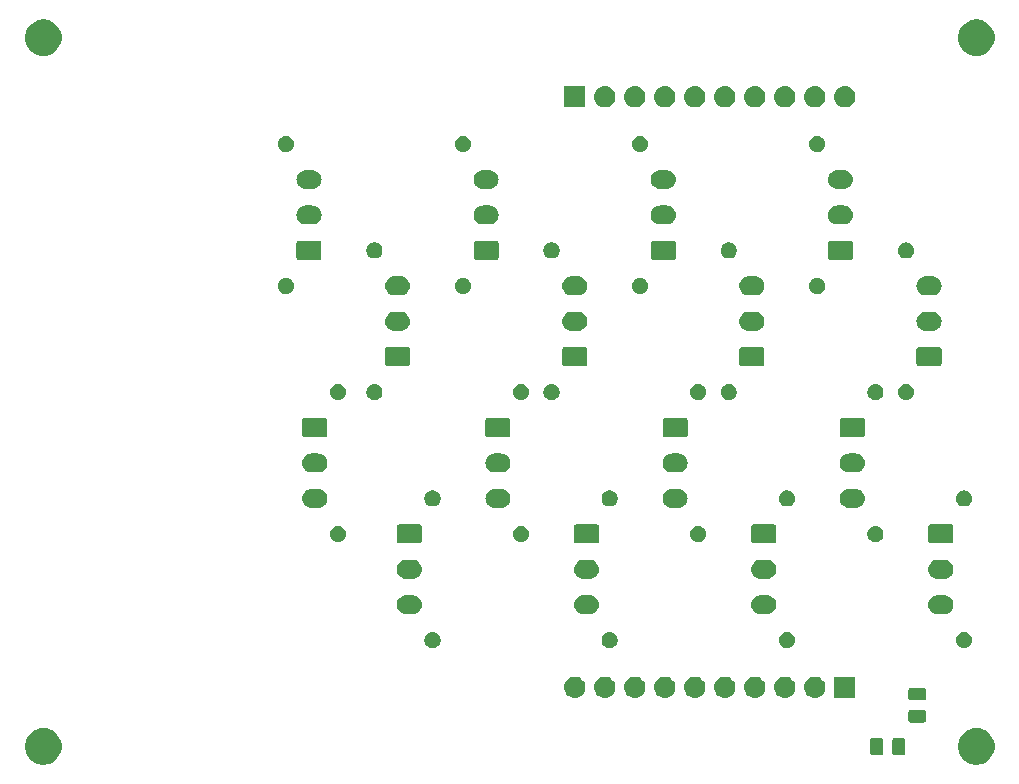
<source format=gbr>
%TF.GenerationSoftware,KiCad,Pcbnew,(5.1.4)-1*%
%TF.CreationDate,2019-11-14T01:11:51-06:00*%
%TF.ProjectId,BPSMinionConnector,4250534d-696e-4696-9f6e-436f6e6e6563,rev?*%
%TF.SameCoordinates,Original*%
%TF.FileFunction,Soldermask,Top*%
%TF.FilePolarity,Negative*%
%FSLAX46Y46*%
G04 Gerber Fmt 4.6, Leading zero omitted, Abs format (unit mm)*
G04 Created by KiCad (PCBNEW (5.1.4)-1) date 2019-11-14 01:11:51*
%MOMM*%
%LPD*%
G04 APERTURE LIST*
%ADD10C,0.100000*%
G04 APERTURE END LIST*
D10*
G36*
X182302585Y-131478802D02*
G01*
X182452410Y-131508604D01*
X182734674Y-131625521D01*
X182988705Y-131795259D01*
X183204741Y-132011295D01*
X183374479Y-132265326D01*
X183491396Y-132547590D01*
X183551000Y-132847240D01*
X183551000Y-133152760D01*
X183491396Y-133452410D01*
X183374479Y-133734674D01*
X183204741Y-133988705D01*
X182988705Y-134204741D01*
X182734674Y-134374479D01*
X182452410Y-134491396D01*
X182302585Y-134521198D01*
X182152761Y-134551000D01*
X181847239Y-134551000D01*
X181697415Y-134521198D01*
X181547590Y-134491396D01*
X181265326Y-134374479D01*
X181011295Y-134204741D01*
X180795259Y-133988705D01*
X180625521Y-133734674D01*
X180508604Y-133452410D01*
X180449000Y-133152760D01*
X180449000Y-132847240D01*
X180508604Y-132547590D01*
X180625521Y-132265326D01*
X180795259Y-132011295D01*
X181011295Y-131795259D01*
X181265326Y-131625521D01*
X181547590Y-131508604D01*
X181697415Y-131478802D01*
X181847239Y-131449000D01*
X182152761Y-131449000D01*
X182302585Y-131478802D01*
X182302585Y-131478802D01*
G37*
G36*
X103302585Y-131478802D02*
G01*
X103452410Y-131508604D01*
X103734674Y-131625521D01*
X103988705Y-131795259D01*
X104204741Y-132011295D01*
X104374479Y-132265326D01*
X104491396Y-132547590D01*
X104551000Y-132847240D01*
X104551000Y-133152760D01*
X104491396Y-133452410D01*
X104374479Y-133734674D01*
X104204741Y-133988705D01*
X103988705Y-134204741D01*
X103734674Y-134374479D01*
X103452410Y-134491396D01*
X103302585Y-134521198D01*
X103152761Y-134551000D01*
X102847239Y-134551000D01*
X102697415Y-134521198D01*
X102547590Y-134491396D01*
X102265326Y-134374479D01*
X102011295Y-134204741D01*
X101795259Y-133988705D01*
X101625521Y-133734674D01*
X101508604Y-133452410D01*
X101449000Y-133152760D01*
X101449000Y-132847240D01*
X101508604Y-132547590D01*
X101625521Y-132265326D01*
X101795259Y-132011295D01*
X102011295Y-131795259D01*
X102265326Y-131625521D01*
X102547590Y-131508604D01*
X102697415Y-131478802D01*
X102847239Y-131449000D01*
X103152761Y-131449000D01*
X103302585Y-131478802D01*
X103302585Y-131478802D01*
G37*
G36*
X175809468Y-132253565D02*
G01*
X175848138Y-132265296D01*
X175883777Y-132284346D01*
X175915017Y-132309983D01*
X175940654Y-132341223D01*
X175959704Y-132376862D01*
X175971435Y-132415532D01*
X175976000Y-132461888D01*
X175976000Y-133538112D01*
X175971435Y-133584468D01*
X175959704Y-133623138D01*
X175940654Y-133658777D01*
X175915017Y-133690017D01*
X175883777Y-133715654D01*
X175848138Y-133734704D01*
X175809468Y-133746435D01*
X175763112Y-133751000D01*
X175111888Y-133751000D01*
X175065532Y-133746435D01*
X175026862Y-133734704D01*
X174991223Y-133715654D01*
X174959983Y-133690017D01*
X174934346Y-133658777D01*
X174915296Y-133623138D01*
X174903565Y-133584468D01*
X174899000Y-133538112D01*
X174899000Y-132461888D01*
X174903565Y-132415532D01*
X174915296Y-132376862D01*
X174934346Y-132341223D01*
X174959983Y-132309983D01*
X174991223Y-132284346D01*
X175026862Y-132265296D01*
X175065532Y-132253565D01*
X175111888Y-132249000D01*
X175763112Y-132249000D01*
X175809468Y-132253565D01*
X175809468Y-132253565D01*
G37*
G36*
X173934468Y-132253565D02*
G01*
X173973138Y-132265296D01*
X174008777Y-132284346D01*
X174040017Y-132309983D01*
X174065654Y-132341223D01*
X174084704Y-132376862D01*
X174096435Y-132415532D01*
X174101000Y-132461888D01*
X174101000Y-133538112D01*
X174096435Y-133584468D01*
X174084704Y-133623138D01*
X174065654Y-133658777D01*
X174040017Y-133690017D01*
X174008777Y-133715654D01*
X173973138Y-133734704D01*
X173934468Y-133746435D01*
X173888112Y-133751000D01*
X173236888Y-133751000D01*
X173190532Y-133746435D01*
X173151862Y-133734704D01*
X173116223Y-133715654D01*
X173084983Y-133690017D01*
X173059346Y-133658777D01*
X173040296Y-133623138D01*
X173028565Y-133584468D01*
X173024000Y-133538112D01*
X173024000Y-132461888D01*
X173028565Y-132415532D01*
X173040296Y-132376862D01*
X173059346Y-132341223D01*
X173084983Y-132309983D01*
X173116223Y-132284346D01*
X173151862Y-132265296D01*
X173190532Y-132253565D01*
X173236888Y-132249000D01*
X173888112Y-132249000D01*
X173934468Y-132253565D01*
X173934468Y-132253565D01*
G37*
G36*
X177584468Y-129903565D02*
G01*
X177623138Y-129915296D01*
X177658777Y-129934346D01*
X177690017Y-129959983D01*
X177715654Y-129991223D01*
X177734704Y-130026862D01*
X177746435Y-130065532D01*
X177751000Y-130111888D01*
X177751000Y-130763112D01*
X177746435Y-130809468D01*
X177734704Y-130848138D01*
X177715654Y-130883777D01*
X177690017Y-130915017D01*
X177658777Y-130940654D01*
X177623138Y-130959704D01*
X177584468Y-130971435D01*
X177538112Y-130976000D01*
X176461888Y-130976000D01*
X176415532Y-130971435D01*
X176376862Y-130959704D01*
X176341223Y-130940654D01*
X176309983Y-130915017D01*
X176284346Y-130883777D01*
X176265296Y-130848138D01*
X176253565Y-130809468D01*
X176249000Y-130763112D01*
X176249000Y-130111888D01*
X176253565Y-130065532D01*
X176265296Y-130026862D01*
X176284346Y-129991223D01*
X176309983Y-129959983D01*
X176341223Y-129934346D01*
X176376862Y-129915296D01*
X176415532Y-129903565D01*
X176461888Y-129899000D01*
X177538112Y-129899000D01*
X177584468Y-129903565D01*
X177584468Y-129903565D01*
G37*
G36*
X177584468Y-128028565D02*
G01*
X177623138Y-128040296D01*
X177658777Y-128059346D01*
X177690017Y-128084983D01*
X177715654Y-128116223D01*
X177734704Y-128151862D01*
X177746435Y-128190532D01*
X177751000Y-128236888D01*
X177751000Y-128888112D01*
X177746435Y-128934468D01*
X177734704Y-128973138D01*
X177715654Y-129008777D01*
X177690017Y-129040017D01*
X177658777Y-129065654D01*
X177623138Y-129084704D01*
X177584468Y-129096435D01*
X177538112Y-129101000D01*
X176461888Y-129101000D01*
X176415532Y-129096435D01*
X176376862Y-129084704D01*
X176341223Y-129065654D01*
X176309983Y-129040017D01*
X176284346Y-129008777D01*
X176265296Y-128973138D01*
X176253565Y-128934468D01*
X176249000Y-128888112D01*
X176249000Y-128236888D01*
X176253565Y-128190532D01*
X176265296Y-128151862D01*
X176284346Y-128116223D01*
X176309983Y-128084983D01*
X176341223Y-128059346D01*
X176376862Y-128040296D01*
X176415532Y-128028565D01*
X176461888Y-128024000D01*
X177538112Y-128024000D01*
X177584468Y-128028565D01*
X177584468Y-128028565D01*
G37*
G36*
X171761000Y-128901000D02*
G01*
X169959000Y-128901000D01*
X169959000Y-127099000D01*
X171761000Y-127099000D01*
X171761000Y-128901000D01*
X171761000Y-128901000D01*
G37*
G36*
X168430443Y-127105519D02*
G01*
X168496627Y-127112037D01*
X168666466Y-127163557D01*
X168822991Y-127247222D01*
X168858729Y-127276552D01*
X168960186Y-127359814D01*
X169043448Y-127461271D01*
X169072778Y-127497009D01*
X169156443Y-127653534D01*
X169207963Y-127823373D01*
X169225359Y-128000000D01*
X169207963Y-128176627D01*
X169156443Y-128346466D01*
X169072778Y-128502991D01*
X169043448Y-128538729D01*
X168960186Y-128640186D01*
X168858729Y-128723448D01*
X168822991Y-128752778D01*
X168666466Y-128836443D01*
X168496627Y-128887963D01*
X168430443Y-128894481D01*
X168364260Y-128901000D01*
X168275740Y-128901000D01*
X168209557Y-128894481D01*
X168143373Y-128887963D01*
X167973534Y-128836443D01*
X167817009Y-128752778D01*
X167781271Y-128723448D01*
X167679814Y-128640186D01*
X167596552Y-128538729D01*
X167567222Y-128502991D01*
X167483557Y-128346466D01*
X167432037Y-128176627D01*
X167414641Y-128000000D01*
X167432037Y-127823373D01*
X167483557Y-127653534D01*
X167567222Y-127497009D01*
X167596552Y-127461271D01*
X167679814Y-127359814D01*
X167781271Y-127276552D01*
X167817009Y-127247222D01*
X167973534Y-127163557D01*
X168143373Y-127112037D01*
X168209557Y-127105519D01*
X168275740Y-127099000D01*
X168364260Y-127099000D01*
X168430443Y-127105519D01*
X168430443Y-127105519D01*
G37*
G36*
X165890443Y-127105519D02*
G01*
X165956627Y-127112037D01*
X166126466Y-127163557D01*
X166282991Y-127247222D01*
X166318729Y-127276552D01*
X166420186Y-127359814D01*
X166503448Y-127461271D01*
X166532778Y-127497009D01*
X166616443Y-127653534D01*
X166667963Y-127823373D01*
X166685359Y-128000000D01*
X166667963Y-128176627D01*
X166616443Y-128346466D01*
X166532778Y-128502991D01*
X166503448Y-128538729D01*
X166420186Y-128640186D01*
X166318729Y-128723448D01*
X166282991Y-128752778D01*
X166126466Y-128836443D01*
X165956627Y-128887963D01*
X165890443Y-128894481D01*
X165824260Y-128901000D01*
X165735740Y-128901000D01*
X165669557Y-128894481D01*
X165603373Y-128887963D01*
X165433534Y-128836443D01*
X165277009Y-128752778D01*
X165241271Y-128723448D01*
X165139814Y-128640186D01*
X165056552Y-128538729D01*
X165027222Y-128502991D01*
X164943557Y-128346466D01*
X164892037Y-128176627D01*
X164874641Y-128000000D01*
X164892037Y-127823373D01*
X164943557Y-127653534D01*
X165027222Y-127497009D01*
X165056552Y-127461271D01*
X165139814Y-127359814D01*
X165241271Y-127276552D01*
X165277009Y-127247222D01*
X165433534Y-127163557D01*
X165603373Y-127112037D01*
X165669557Y-127105519D01*
X165735740Y-127099000D01*
X165824260Y-127099000D01*
X165890443Y-127105519D01*
X165890443Y-127105519D01*
G37*
G36*
X163350443Y-127105519D02*
G01*
X163416627Y-127112037D01*
X163586466Y-127163557D01*
X163742991Y-127247222D01*
X163778729Y-127276552D01*
X163880186Y-127359814D01*
X163963448Y-127461271D01*
X163992778Y-127497009D01*
X164076443Y-127653534D01*
X164127963Y-127823373D01*
X164145359Y-128000000D01*
X164127963Y-128176627D01*
X164076443Y-128346466D01*
X163992778Y-128502991D01*
X163963448Y-128538729D01*
X163880186Y-128640186D01*
X163778729Y-128723448D01*
X163742991Y-128752778D01*
X163586466Y-128836443D01*
X163416627Y-128887963D01*
X163350443Y-128894481D01*
X163284260Y-128901000D01*
X163195740Y-128901000D01*
X163129557Y-128894481D01*
X163063373Y-128887963D01*
X162893534Y-128836443D01*
X162737009Y-128752778D01*
X162701271Y-128723448D01*
X162599814Y-128640186D01*
X162516552Y-128538729D01*
X162487222Y-128502991D01*
X162403557Y-128346466D01*
X162352037Y-128176627D01*
X162334641Y-128000000D01*
X162352037Y-127823373D01*
X162403557Y-127653534D01*
X162487222Y-127497009D01*
X162516552Y-127461271D01*
X162599814Y-127359814D01*
X162701271Y-127276552D01*
X162737009Y-127247222D01*
X162893534Y-127163557D01*
X163063373Y-127112037D01*
X163129557Y-127105519D01*
X163195740Y-127099000D01*
X163284260Y-127099000D01*
X163350443Y-127105519D01*
X163350443Y-127105519D01*
G37*
G36*
X158270443Y-127105519D02*
G01*
X158336627Y-127112037D01*
X158506466Y-127163557D01*
X158662991Y-127247222D01*
X158698729Y-127276552D01*
X158800186Y-127359814D01*
X158883448Y-127461271D01*
X158912778Y-127497009D01*
X158996443Y-127653534D01*
X159047963Y-127823373D01*
X159065359Y-128000000D01*
X159047963Y-128176627D01*
X158996443Y-128346466D01*
X158912778Y-128502991D01*
X158883448Y-128538729D01*
X158800186Y-128640186D01*
X158698729Y-128723448D01*
X158662991Y-128752778D01*
X158506466Y-128836443D01*
X158336627Y-128887963D01*
X158270443Y-128894481D01*
X158204260Y-128901000D01*
X158115740Y-128901000D01*
X158049557Y-128894481D01*
X157983373Y-128887963D01*
X157813534Y-128836443D01*
X157657009Y-128752778D01*
X157621271Y-128723448D01*
X157519814Y-128640186D01*
X157436552Y-128538729D01*
X157407222Y-128502991D01*
X157323557Y-128346466D01*
X157272037Y-128176627D01*
X157254641Y-128000000D01*
X157272037Y-127823373D01*
X157323557Y-127653534D01*
X157407222Y-127497009D01*
X157436552Y-127461271D01*
X157519814Y-127359814D01*
X157621271Y-127276552D01*
X157657009Y-127247222D01*
X157813534Y-127163557D01*
X157983373Y-127112037D01*
X158049557Y-127105519D01*
X158115740Y-127099000D01*
X158204260Y-127099000D01*
X158270443Y-127105519D01*
X158270443Y-127105519D01*
G37*
G36*
X153190443Y-127105519D02*
G01*
X153256627Y-127112037D01*
X153426466Y-127163557D01*
X153582991Y-127247222D01*
X153618729Y-127276552D01*
X153720186Y-127359814D01*
X153803448Y-127461271D01*
X153832778Y-127497009D01*
X153916443Y-127653534D01*
X153967963Y-127823373D01*
X153985359Y-128000000D01*
X153967963Y-128176627D01*
X153916443Y-128346466D01*
X153832778Y-128502991D01*
X153803448Y-128538729D01*
X153720186Y-128640186D01*
X153618729Y-128723448D01*
X153582991Y-128752778D01*
X153426466Y-128836443D01*
X153256627Y-128887963D01*
X153190443Y-128894481D01*
X153124260Y-128901000D01*
X153035740Y-128901000D01*
X152969557Y-128894481D01*
X152903373Y-128887963D01*
X152733534Y-128836443D01*
X152577009Y-128752778D01*
X152541271Y-128723448D01*
X152439814Y-128640186D01*
X152356552Y-128538729D01*
X152327222Y-128502991D01*
X152243557Y-128346466D01*
X152192037Y-128176627D01*
X152174641Y-128000000D01*
X152192037Y-127823373D01*
X152243557Y-127653534D01*
X152327222Y-127497009D01*
X152356552Y-127461271D01*
X152439814Y-127359814D01*
X152541271Y-127276552D01*
X152577009Y-127247222D01*
X152733534Y-127163557D01*
X152903373Y-127112037D01*
X152969557Y-127105519D01*
X153035740Y-127099000D01*
X153124260Y-127099000D01*
X153190443Y-127105519D01*
X153190443Y-127105519D01*
G37*
G36*
X150650443Y-127105519D02*
G01*
X150716627Y-127112037D01*
X150886466Y-127163557D01*
X151042991Y-127247222D01*
X151078729Y-127276552D01*
X151180186Y-127359814D01*
X151263448Y-127461271D01*
X151292778Y-127497009D01*
X151376443Y-127653534D01*
X151427963Y-127823373D01*
X151445359Y-128000000D01*
X151427963Y-128176627D01*
X151376443Y-128346466D01*
X151292778Y-128502991D01*
X151263448Y-128538729D01*
X151180186Y-128640186D01*
X151078729Y-128723448D01*
X151042991Y-128752778D01*
X150886466Y-128836443D01*
X150716627Y-128887963D01*
X150650443Y-128894481D01*
X150584260Y-128901000D01*
X150495740Y-128901000D01*
X150429557Y-128894481D01*
X150363373Y-128887963D01*
X150193534Y-128836443D01*
X150037009Y-128752778D01*
X150001271Y-128723448D01*
X149899814Y-128640186D01*
X149816552Y-128538729D01*
X149787222Y-128502991D01*
X149703557Y-128346466D01*
X149652037Y-128176627D01*
X149634641Y-128000000D01*
X149652037Y-127823373D01*
X149703557Y-127653534D01*
X149787222Y-127497009D01*
X149816552Y-127461271D01*
X149899814Y-127359814D01*
X150001271Y-127276552D01*
X150037009Y-127247222D01*
X150193534Y-127163557D01*
X150363373Y-127112037D01*
X150429557Y-127105519D01*
X150495740Y-127099000D01*
X150584260Y-127099000D01*
X150650443Y-127105519D01*
X150650443Y-127105519D01*
G37*
G36*
X160810443Y-127105519D02*
G01*
X160876627Y-127112037D01*
X161046466Y-127163557D01*
X161202991Y-127247222D01*
X161238729Y-127276552D01*
X161340186Y-127359814D01*
X161423448Y-127461271D01*
X161452778Y-127497009D01*
X161536443Y-127653534D01*
X161587963Y-127823373D01*
X161605359Y-128000000D01*
X161587963Y-128176627D01*
X161536443Y-128346466D01*
X161452778Y-128502991D01*
X161423448Y-128538729D01*
X161340186Y-128640186D01*
X161238729Y-128723448D01*
X161202991Y-128752778D01*
X161046466Y-128836443D01*
X160876627Y-128887963D01*
X160810443Y-128894481D01*
X160744260Y-128901000D01*
X160655740Y-128901000D01*
X160589557Y-128894481D01*
X160523373Y-128887963D01*
X160353534Y-128836443D01*
X160197009Y-128752778D01*
X160161271Y-128723448D01*
X160059814Y-128640186D01*
X159976552Y-128538729D01*
X159947222Y-128502991D01*
X159863557Y-128346466D01*
X159812037Y-128176627D01*
X159794641Y-128000000D01*
X159812037Y-127823373D01*
X159863557Y-127653534D01*
X159947222Y-127497009D01*
X159976552Y-127461271D01*
X160059814Y-127359814D01*
X160161271Y-127276552D01*
X160197009Y-127247222D01*
X160353534Y-127163557D01*
X160523373Y-127112037D01*
X160589557Y-127105519D01*
X160655740Y-127099000D01*
X160744260Y-127099000D01*
X160810443Y-127105519D01*
X160810443Y-127105519D01*
G37*
G36*
X148110443Y-127105519D02*
G01*
X148176627Y-127112037D01*
X148346466Y-127163557D01*
X148502991Y-127247222D01*
X148538729Y-127276552D01*
X148640186Y-127359814D01*
X148723448Y-127461271D01*
X148752778Y-127497009D01*
X148836443Y-127653534D01*
X148887963Y-127823373D01*
X148905359Y-128000000D01*
X148887963Y-128176627D01*
X148836443Y-128346466D01*
X148752778Y-128502991D01*
X148723448Y-128538729D01*
X148640186Y-128640186D01*
X148538729Y-128723448D01*
X148502991Y-128752778D01*
X148346466Y-128836443D01*
X148176627Y-128887963D01*
X148110443Y-128894481D01*
X148044260Y-128901000D01*
X147955740Y-128901000D01*
X147889557Y-128894481D01*
X147823373Y-128887963D01*
X147653534Y-128836443D01*
X147497009Y-128752778D01*
X147461271Y-128723448D01*
X147359814Y-128640186D01*
X147276552Y-128538729D01*
X147247222Y-128502991D01*
X147163557Y-128346466D01*
X147112037Y-128176627D01*
X147094641Y-128000000D01*
X147112037Y-127823373D01*
X147163557Y-127653534D01*
X147247222Y-127497009D01*
X147276552Y-127461271D01*
X147359814Y-127359814D01*
X147461271Y-127276552D01*
X147497009Y-127247222D01*
X147653534Y-127163557D01*
X147823373Y-127112037D01*
X147889557Y-127105519D01*
X147955740Y-127099000D01*
X148044260Y-127099000D01*
X148110443Y-127105519D01*
X148110443Y-127105519D01*
G37*
G36*
X155730443Y-127105519D02*
G01*
X155796627Y-127112037D01*
X155966466Y-127163557D01*
X156122991Y-127247222D01*
X156158729Y-127276552D01*
X156260186Y-127359814D01*
X156343448Y-127461271D01*
X156372778Y-127497009D01*
X156456443Y-127653534D01*
X156507963Y-127823373D01*
X156525359Y-128000000D01*
X156507963Y-128176627D01*
X156456443Y-128346466D01*
X156372778Y-128502991D01*
X156343448Y-128538729D01*
X156260186Y-128640186D01*
X156158729Y-128723448D01*
X156122991Y-128752778D01*
X155966466Y-128836443D01*
X155796627Y-128887963D01*
X155730443Y-128894481D01*
X155664260Y-128901000D01*
X155575740Y-128901000D01*
X155509557Y-128894481D01*
X155443373Y-128887963D01*
X155273534Y-128836443D01*
X155117009Y-128752778D01*
X155081271Y-128723448D01*
X154979814Y-128640186D01*
X154896552Y-128538729D01*
X154867222Y-128502991D01*
X154783557Y-128346466D01*
X154732037Y-128176627D01*
X154714641Y-128000000D01*
X154732037Y-127823373D01*
X154783557Y-127653534D01*
X154867222Y-127497009D01*
X154896552Y-127461271D01*
X154979814Y-127359814D01*
X155081271Y-127276552D01*
X155117009Y-127247222D01*
X155273534Y-127163557D01*
X155443373Y-127112037D01*
X155509557Y-127105519D01*
X155575740Y-127099000D01*
X155664260Y-127099000D01*
X155730443Y-127105519D01*
X155730443Y-127105519D01*
G37*
G36*
X166160098Y-123340362D02*
G01*
X166284941Y-123392074D01*
X166284943Y-123392075D01*
X166397299Y-123467149D01*
X166492851Y-123562701D01*
X166567926Y-123675059D01*
X166619638Y-123799902D01*
X166646000Y-123932434D01*
X166646000Y-124067566D01*
X166619638Y-124200098D01*
X166567926Y-124324941D01*
X166567925Y-124324943D01*
X166492851Y-124437299D01*
X166397299Y-124532851D01*
X166284943Y-124607925D01*
X166284942Y-124607926D01*
X166284941Y-124607926D01*
X166160098Y-124659638D01*
X166027566Y-124686000D01*
X165892434Y-124686000D01*
X165759902Y-124659638D01*
X165635059Y-124607926D01*
X165635058Y-124607926D01*
X165635057Y-124607925D01*
X165522701Y-124532851D01*
X165427149Y-124437299D01*
X165352075Y-124324943D01*
X165352074Y-124324941D01*
X165300362Y-124200098D01*
X165274000Y-124067566D01*
X165274000Y-123932434D01*
X165300362Y-123799902D01*
X165352074Y-123675059D01*
X165427149Y-123562701D01*
X165522701Y-123467149D01*
X165635057Y-123392075D01*
X165635059Y-123392074D01*
X165759902Y-123340362D01*
X165892434Y-123314000D01*
X166027566Y-123314000D01*
X166160098Y-123340362D01*
X166160098Y-123340362D01*
G37*
G36*
X151160098Y-123340362D02*
G01*
X151284941Y-123392074D01*
X151284943Y-123392075D01*
X151397299Y-123467149D01*
X151492851Y-123562701D01*
X151567926Y-123675059D01*
X151619638Y-123799902D01*
X151646000Y-123932434D01*
X151646000Y-124067566D01*
X151619638Y-124200098D01*
X151567926Y-124324941D01*
X151567925Y-124324943D01*
X151492851Y-124437299D01*
X151397299Y-124532851D01*
X151284943Y-124607925D01*
X151284942Y-124607926D01*
X151284941Y-124607926D01*
X151160098Y-124659638D01*
X151027566Y-124686000D01*
X150892434Y-124686000D01*
X150759902Y-124659638D01*
X150635059Y-124607926D01*
X150635058Y-124607926D01*
X150635057Y-124607925D01*
X150522701Y-124532851D01*
X150427149Y-124437299D01*
X150352075Y-124324943D01*
X150352074Y-124324941D01*
X150300362Y-124200098D01*
X150274000Y-124067566D01*
X150274000Y-123932434D01*
X150300362Y-123799902D01*
X150352074Y-123675059D01*
X150427149Y-123562701D01*
X150522701Y-123467149D01*
X150635057Y-123392075D01*
X150635059Y-123392074D01*
X150759902Y-123340362D01*
X150892434Y-123314000D01*
X151027566Y-123314000D01*
X151160098Y-123340362D01*
X151160098Y-123340362D01*
G37*
G36*
X136160098Y-123340362D02*
G01*
X136284941Y-123392074D01*
X136284943Y-123392075D01*
X136397299Y-123467149D01*
X136492851Y-123562701D01*
X136567926Y-123675059D01*
X136619638Y-123799902D01*
X136646000Y-123932434D01*
X136646000Y-124067566D01*
X136619638Y-124200098D01*
X136567926Y-124324941D01*
X136567925Y-124324943D01*
X136492851Y-124437299D01*
X136397299Y-124532851D01*
X136284943Y-124607925D01*
X136284942Y-124607926D01*
X136284941Y-124607926D01*
X136160098Y-124659638D01*
X136027566Y-124686000D01*
X135892434Y-124686000D01*
X135759902Y-124659638D01*
X135635059Y-124607926D01*
X135635058Y-124607926D01*
X135635057Y-124607925D01*
X135522701Y-124532851D01*
X135427149Y-124437299D01*
X135352075Y-124324943D01*
X135352074Y-124324941D01*
X135300362Y-124200098D01*
X135274000Y-124067566D01*
X135274000Y-123932434D01*
X135300362Y-123799902D01*
X135352074Y-123675059D01*
X135427149Y-123562701D01*
X135522701Y-123467149D01*
X135635057Y-123392075D01*
X135635059Y-123392074D01*
X135759902Y-123340362D01*
X135892434Y-123314000D01*
X136027566Y-123314000D01*
X136160098Y-123340362D01*
X136160098Y-123340362D01*
G37*
G36*
X181160098Y-123340362D02*
G01*
X181284941Y-123392074D01*
X181284943Y-123392075D01*
X181397299Y-123467149D01*
X181492851Y-123562701D01*
X181567926Y-123675059D01*
X181619638Y-123799902D01*
X181646000Y-123932434D01*
X181646000Y-124067566D01*
X181619638Y-124200098D01*
X181567926Y-124324941D01*
X181567925Y-124324943D01*
X181492851Y-124437299D01*
X181397299Y-124532851D01*
X181284943Y-124607925D01*
X181284942Y-124607926D01*
X181284941Y-124607926D01*
X181160098Y-124659638D01*
X181027566Y-124686000D01*
X180892434Y-124686000D01*
X180759902Y-124659638D01*
X180635059Y-124607926D01*
X180635058Y-124607926D01*
X180635057Y-124607925D01*
X180522701Y-124532851D01*
X180427149Y-124437299D01*
X180352075Y-124324943D01*
X180352074Y-124324941D01*
X180300362Y-124200098D01*
X180274000Y-124067566D01*
X180274000Y-123932434D01*
X180300362Y-123799902D01*
X180352074Y-123675059D01*
X180427149Y-123562701D01*
X180522701Y-123467149D01*
X180635057Y-123392075D01*
X180635059Y-123392074D01*
X180759902Y-123340362D01*
X180892434Y-123314000D01*
X181027566Y-123314000D01*
X181160098Y-123340362D01*
X181160098Y-123340362D01*
G37*
G36*
X179338571Y-120202863D02*
G01*
X179417023Y-120210590D01*
X179517682Y-120241125D01*
X179568013Y-120256392D01*
X179707165Y-120330771D01*
X179829133Y-120430867D01*
X179929229Y-120552835D01*
X180003608Y-120691987D01*
X180003608Y-120691988D01*
X180049410Y-120842977D01*
X180064875Y-121000000D01*
X180049410Y-121157023D01*
X180018875Y-121257682D01*
X180003608Y-121308013D01*
X179929229Y-121447165D01*
X179829133Y-121569133D01*
X179707165Y-121669229D01*
X179568013Y-121743608D01*
X179517682Y-121758875D01*
X179417023Y-121789410D01*
X179338571Y-121797137D01*
X179299346Y-121801000D01*
X178700654Y-121801000D01*
X178661429Y-121797137D01*
X178582977Y-121789410D01*
X178482318Y-121758875D01*
X178431987Y-121743608D01*
X178292835Y-121669229D01*
X178170867Y-121569133D01*
X178070771Y-121447165D01*
X177996392Y-121308013D01*
X177981125Y-121257682D01*
X177950590Y-121157023D01*
X177935125Y-121000000D01*
X177950590Y-120842977D01*
X177996392Y-120691988D01*
X177996392Y-120691987D01*
X178070771Y-120552835D01*
X178170867Y-120430867D01*
X178292835Y-120330771D01*
X178431987Y-120256392D01*
X178482318Y-120241125D01*
X178582977Y-120210590D01*
X178661429Y-120202863D01*
X178700654Y-120199000D01*
X179299346Y-120199000D01*
X179338571Y-120202863D01*
X179338571Y-120202863D01*
G37*
G36*
X134338571Y-120202863D02*
G01*
X134417023Y-120210590D01*
X134517682Y-120241125D01*
X134568013Y-120256392D01*
X134707165Y-120330771D01*
X134829133Y-120430867D01*
X134929229Y-120552835D01*
X135003608Y-120691987D01*
X135003608Y-120691988D01*
X135049410Y-120842977D01*
X135064875Y-121000000D01*
X135049410Y-121157023D01*
X135018875Y-121257682D01*
X135003608Y-121308013D01*
X134929229Y-121447165D01*
X134829133Y-121569133D01*
X134707165Y-121669229D01*
X134568013Y-121743608D01*
X134517682Y-121758875D01*
X134417023Y-121789410D01*
X134338571Y-121797137D01*
X134299346Y-121801000D01*
X133700654Y-121801000D01*
X133661429Y-121797137D01*
X133582977Y-121789410D01*
X133482318Y-121758875D01*
X133431987Y-121743608D01*
X133292835Y-121669229D01*
X133170867Y-121569133D01*
X133070771Y-121447165D01*
X132996392Y-121308013D01*
X132981125Y-121257682D01*
X132950590Y-121157023D01*
X132935125Y-121000000D01*
X132950590Y-120842977D01*
X132996392Y-120691988D01*
X132996392Y-120691987D01*
X133070771Y-120552835D01*
X133170867Y-120430867D01*
X133292835Y-120330771D01*
X133431987Y-120256392D01*
X133482318Y-120241125D01*
X133582977Y-120210590D01*
X133661429Y-120202863D01*
X133700654Y-120199000D01*
X134299346Y-120199000D01*
X134338571Y-120202863D01*
X134338571Y-120202863D01*
G37*
G36*
X149338571Y-120202863D02*
G01*
X149417023Y-120210590D01*
X149517682Y-120241125D01*
X149568013Y-120256392D01*
X149707165Y-120330771D01*
X149829133Y-120430867D01*
X149929229Y-120552835D01*
X150003608Y-120691987D01*
X150003608Y-120691988D01*
X150049410Y-120842977D01*
X150064875Y-121000000D01*
X150049410Y-121157023D01*
X150018875Y-121257682D01*
X150003608Y-121308013D01*
X149929229Y-121447165D01*
X149829133Y-121569133D01*
X149707165Y-121669229D01*
X149568013Y-121743608D01*
X149517682Y-121758875D01*
X149417023Y-121789410D01*
X149338571Y-121797137D01*
X149299346Y-121801000D01*
X148700654Y-121801000D01*
X148661429Y-121797137D01*
X148582977Y-121789410D01*
X148482318Y-121758875D01*
X148431987Y-121743608D01*
X148292835Y-121669229D01*
X148170867Y-121569133D01*
X148070771Y-121447165D01*
X147996392Y-121308013D01*
X147981125Y-121257682D01*
X147950590Y-121157023D01*
X147935125Y-121000000D01*
X147950590Y-120842977D01*
X147996392Y-120691988D01*
X147996392Y-120691987D01*
X148070771Y-120552835D01*
X148170867Y-120430867D01*
X148292835Y-120330771D01*
X148431987Y-120256392D01*
X148482318Y-120241125D01*
X148582977Y-120210590D01*
X148661429Y-120202863D01*
X148700654Y-120199000D01*
X149299346Y-120199000D01*
X149338571Y-120202863D01*
X149338571Y-120202863D01*
G37*
G36*
X164338571Y-120202863D02*
G01*
X164417023Y-120210590D01*
X164517682Y-120241125D01*
X164568013Y-120256392D01*
X164707165Y-120330771D01*
X164829133Y-120430867D01*
X164929229Y-120552835D01*
X165003608Y-120691987D01*
X165003608Y-120691988D01*
X165049410Y-120842977D01*
X165064875Y-121000000D01*
X165049410Y-121157023D01*
X165018875Y-121257682D01*
X165003608Y-121308013D01*
X164929229Y-121447165D01*
X164829133Y-121569133D01*
X164707165Y-121669229D01*
X164568013Y-121743608D01*
X164517682Y-121758875D01*
X164417023Y-121789410D01*
X164338571Y-121797137D01*
X164299346Y-121801000D01*
X163700654Y-121801000D01*
X163661429Y-121797137D01*
X163582977Y-121789410D01*
X163482318Y-121758875D01*
X163431987Y-121743608D01*
X163292835Y-121669229D01*
X163170867Y-121569133D01*
X163070771Y-121447165D01*
X162996392Y-121308013D01*
X162981125Y-121257682D01*
X162950590Y-121157023D01*
X162935125Y-121000000D01*
X162950590Y-120842977D01*
X162996392Y-120691988D01*
X162996392Y-120691987D01*
X163070771Y-120552835D01*
X163170867Y-120430867D01*
X163292835Y-120330771D01*
X163431987Y-120256392D01*
X163482318Y-120241125D01*
X163582977Y-120210590D01*
X163661429Y-120202863D01*
X163700654Y-120199000D01*
X164299346Y-120199000D01*
X164338571Y-120202863D01*
X164338571Y-120202863D01*
G37*
G36*
X179338571Y-117202863D02*
G01*
X179417023Y-117210590D01*
X179517682Y-117241125D01*
X179568013Y-117256392D01*
X179707165Y-117330771D01*
X179829133Y-117430867D01*
X179929229Y-117552835D01*
X180003608Y-117691987D01*
X180003608Y-117691988D01*
X180049410Y-117842977D01*
X180064875Y-118000000D01*
X180049410Y-118157023D01*
X180018875Y-118257682D01*
X180003608Y-118308013D01*
X179929229Y-118447165D01*
X179829133Y-118569133D01*
X179707165Y-118669229D01*
X179568013Y-118743608D01*
X179517682Y-118758875D01*
X179417023Y-118789410D01*
X179338571Y-118797137D01*
X179299346Y-118801000D01*
X178700654Y-118801000D01*
X178661429Y-118797137D01*
X178582977Y-118789410D01*
X178482318Y-118758875D01*
X178431987Y-118743608D01*
X178292835Y-118669229D01*
X178170867Y-118569133D01*
X178070771Y-118447165D01*
X177996392Y-118308013D01*
X177981125Y-118257682D01*
X177950590Y-118157023D01*
X177935125Y-118000000D01*
X177950590Y-117842977D01*
X177996392Y-117691988D01*
X177996392Y-117691987D01*
X178070771Y-117552835D01*
X178170867Y-117430867D01*
X178292835Y-117330771D01*
X178431987Y-117256392D01*
X178482318Y-117241125D01*
X178582977Y-117210590D01*
X178661429Y-117202863D01*
X178700654Y-117199000D01*
X179299346Y-117199000D01*
X179338571Y-117202863D01*
X179338571Y-117202863D01*
G37*
G36*
X164338571Y-117202863D02*
G01*
X164417023Y-117210590D01*
X164517682Y-117241125D01*
X164568013Y-117256392D01*
X164707165Y-117330771D01*
X164829133Y-117430867D01*
X164929229Y-117552835D01*
X165003608Y-117691987D01*
X165003608Y-117691988D01*
X165049410Y-117842977D01*
X165064875Y-118000000D01*
X165049410Y-118157023D01*
X165018875Y-118257682D01*
X165003608Y-118308013D01*
X164929229Y-118447165D01*
X164829133Y-118569133D01*
X164707165Y-118669229D01*
X164568013Y-118743608D01*
X164517682Y-118758875D01*
X164417023Y-118789410D01*
X164338571Y-118797137D01*
X164299346Y-118801000D01*
X163700654Y-118801000D01*
X163661429Y-118797137D01*
X163582977Y-118789410D01*
X163482318Y-118758875D01*
X163431987Y-118743608D01*
X163292835Y-118669229D01*
X163170867Y-118569133D01*
X163070771Y-118447165D01*
X162996392Y-118308013D01*
X162981125Y-118257682D01*
X162950590Y-118157023D01*
X162935125Y-118000000D01*
X162950590Y-117842977D01*
X162996392Y-117691988D01*
X162996392Y-117691987D01*
X163070771Y-117552835D01*
X163170867Y-117430867D01*
X163292835Y-117330771D01*
X163431987Y-117256392D01*
X163482318Y-117241125D01*
X163582977Y-117210590D01*
X163661429Y-117202863D01*
X163700654Y-117199000D01*
X164299346Y-117199000D01*
X164338571Y-117202863D01*
X164338571Y-117202863D01*
G37*
G36*
X134338571Y-117202863D02*
G01*
X134417023Y-117210590D01*
X134517682Y-117241125D01*
X134568013Y-117256392D01*
X134707165Y-117330771D01*
X134829133Y-117430867D01*
X134929229Y-117552835D01*
X135003608Y-117691987D01*
X135003608Y-117691988D01*
X135049410Y-117842977D01*
X135064875Y-118000000D01*
X135049410Y-118157023D01*
X135018875Y-118257682D01*
X135003608Y-118308013D01*
X134929229Y-118447165D01*
X134829133Y-118569133D01*
X134707165Y-118669229D01*
X134568013Y-118743608D01*
X134517682Y-118758875D01*
X134417023Y-118789410D01*
X134338571Y-118797137D01*
X134299346Y-118801000D01*
X133700654Y-118801000D01*
X133661429Y-118797137D01*
X133582977Y-118789410D01*
X133482318Y-118758875D01*
X133431987Y-118743608D01*
X133292835Y-118669229D01*
X133170867Y-118569133D01*
X133070771Y-118447165D01*
X132996392Y-118308013D01*
X132981125Y-118257682D01*
X132950590Y-118157023D01*
X132935125Y-118000000D01*
X132950590Y-117842977D01*
X132996392Y-117691988D01*
X132996392Y-117691987D01*
X133070771Y-117552835D01*
X133170867Y-117430867D01*
X133292835Y-117330771D01*
X133431987Y-117256392D01*
X133482318Y-117241125D01*
X133582977Y-117210590D01*
X133661429Y-117202863D01*
X133700654Y-117199000D01*
X134299346Y-117199000D01*
X134338571Y-117202863D01*
X134338571Y-117202863D01*
G37*
G36*
X149338571Y-117202863D02*
G01*
X149417023Y-117210590D01*
X149517682Y-117241125D01*
X149568013Y-117256392D01*
X149707165Y-117330771D01*
X149829133Y-117430867D01*
X149929229Y-117552835D01*
X150003608Y-117691987D01*
X150003608Y-117691988D01*
X150049410Y-117842977D01*
X150064875Y-118000000D01*
X150049410Y-118157023D01*
X150018875Y-118257682D01*
X150003608Y-118308013D01*
X149929229Y-118447165D01*
X149829133Y-118569133D01*
X149707165Y-118669229D01*
X149568013Y-118743608D01*
X149517682Y-118758875D01*
X149417023Y-118789410D01*
X149338571Y-118797137D01*
X149299346Y-118801000D01*
X148700654Y-118801000D01*
X148661429Y-118797137D01*
X148582977Y-118789410D01*
X148482318Y-118758875D01*
X148431987Y-118743608D01*
X148292835Y-118669229D01*
X148170867Y-118569133D01*
X148070771Y-118447165D01*
X147996392Y-118308013D01*
X147981125Y-118257682D01*
X147950590Y-118157023D01*
X147935125Y-118000000D01*
X147950590Y-117842977D01*
X147996392Y-117691988D01*
X147996392Y-117691987D01*
X148070771Y-117552835D01*
X148170867Y-117430867D01*
X148292835Y-117330771D01*
X148431987Y-117256392D01*
X148482318Y-117241125D01*
X148582977Y-117210590D01*
X148661429Y-117202863D01*
X148700654Y-117199000D01*
X149299346Y-117199000D01*
X149338571Y-117202863D01*
X149338571Y-117202863D01*
G37*
G36*
X149913048Y-114203122D02*
G01*
X149947387Y-114213539D01*
X149979036Y-114230456D01*
X150006778Y-114253222D01*
X150029544Y-114280964D01*
X150046461Y-114312613D01*
X150056878Y-114346952D01*
X150061000Y-114388807D01*
X150061000Y-115611193D01*
X150056878Y-115653048D01*
X150046461Y-115687387D01*
X150029544Y-115719036D01*
X150006778Y-115746778D01*
X149979036Y-115769544D01*
X149947387Y-115786461D01*
X149913048Y-115796878D01*
X149871193Y-115801000D01*
X148128807Y-115801000D01*
X148086952Y-115796878D01*
X148052613Y-115786461D01*
X148020964Y-115769544D01*
X147993222Y-115746778D01*
X147970456Y-115719036D01*
X147953539Y-115687387D01*
X147943122Y-115653048D01*
X147939000Y-115611193D01*
X147939000Y-114388807D01*
X147943122Y-114346952D01*
X147953539Y-114312613D01*
X147970456Y-114280964D01*
X147993222Y-114253222D01*
X148020964Y-114230456D01*
X148052613Y-114213539D01*
X148086952Y-114203122D01*
X148128807Y-114199000D01*
X149871193Y-114199000D01*
X149913048Y-114203122D01*
X149913048Y-114203122D01*
G37*
G36*
X134913048Y-114203122D02*
G01*
X134947387Y-114213539D01*
X134979036Y-114230456D01*
X135006778Y-114253222D01*
X135029544Y-114280964D01*
X135046461Y-114312613D01*
X135056878Y-114346952D01*
X135061000Y-114388807D01*
X135061000Y-115611193D01*
X135056878Y-115653048D01*
X135046461Y-115687387D01*
X135029544Y-115719036D01*
X135006778Y-115746778D01*
X134979036Y-115769544D01*
X134947387Y-115786461D01*
X134913048Y-115796878D01*
X134871193Y-115801000D01*
X133128807Y-115801000D01*
X133086952Y-115796878D01*
X133052613Y-115786461D01*
X133020964Y-115769544D01*
X132993222Y-115746778D01*
X132970456Y-115719036D01*
X132953539Y-115687387D01*
X132943122Y-115653048D01*
X132939000Y-115611193D01*
X132939000Y-114388807D01*
X132943122Y-114346952D01*
X132953539Y-114312613D01*
X132970456Y-114280964D01*
X132993222Y-114253222D01*
X133020964Y-114230456D01*
X133052613Y-114213539D01*
X133086952Y-114203122D01*
X133128807Y-114199000D01*
X134871193Y-114199000D01*
X134913048Y-114203122D01*
X134913048Y-114203122D01*
G37*
G36*
X179913048Y-114203122D02*
G01*
X179947387Y-114213539D01*
X179979036Y-114230456D01*
X180006778Y-114253222D01*
X180029544Y-114280964D01*
X180046461Y-114312613D01*
X180056878Y-114346952D01*
X180061000Y-114388807D01*
X180061000Y-115611193D01*
X180056878Y-115653048D01*
X180046461Y-115687387D01*
X180029544Y-115719036D01*
X180006778Y-115746778D01*
X179979036Y-115769544D01*
X179947387Y-115786461D01*
X179913048Y-115796878D01*
X179871193Y-115801000D01*
X178128807Y-115801000D01*
X178086952Y-115796878D01*
X178052613Y-115786461D01*
X178020964Y-115769544D01*
X177993222Y-115746778D01*
X177970456Y-115719036D01*
X177953539Y-115687387D01*
X177943122Y-115653048D01*
X177939000Y-115611193D01*
X177939000Y-114388807D01*
X177943122Y-114346952D01*
X177953539Y-114312613D01*
X177970456Y-114280964D01*
X177993222Y-114253222D01*
X178020964Y-114230456D01*
X178052613Y-114213539D01*
X178086952Y-114203122D01*
X178128807Y-114199000D01*
X179871193Y-114199000D01*
X179913048Y-114203122D01*
X179913048Y-114203122D01*
G37*
G36*
X164913048Y-114203122D02*
G01*
X164947387Y-114213539D01*
X164979036Y-114230456D01*
X165006778Y-114253222D01*
X165029544Y-114280964D01*
X165046461Y-114312613D01*
X165056878Y-114346952D01*
X165061000Y-114388807D01*
X165061000Y-115611193D01*
X165056878Y-115653048D01*
X165046461Y-115687387D01*
X165029544Y-115719036D01*
X165006778Y-115746778D01*
X164979036Y-115769544D01*
X164947387Y-115786461D01*
X164913048Y-115796878D01*
X164871193Y-115801000D01*
X163128807Y-115801000D01*
X163086952Y-115796878D01*
X163052613Y-115786461D01*
X163020964Y-115769544D01*
X162993222Y-115746778D01*
X162970456Y-115719036D01*
X162953539Y-115687387D01*
X162943122Y-115653048D01*
X162939000Y-115611193D01*
X162939000Y-114388807D01*
X162943122Y-114346952D01*
X162953539Y-114312613D01*
X162970456Y-114280964D01*
X162993222Y-114253222D01*
X163020964Y-114230456D01*
X163052613Y-114213539D01*
X163086952Y-114203122D01*
X163128807Y-114199000D01*
X164871193Y-114199000D01*
X164913048Y-114203122D01*
X164913048Y-114203122D01*
G37*
G36*
X173660098Y-114340362D02*
G01*
X173784941Y-114392074D01*
X173784943Y-114392075D01*
X173895579Y-114466000D01*
X173897299Y-114467149D01*
X173992851Y-114562701D01*
X174067926Y-114675059D01*
X174119638Y-114799902D01*
X174146000Y-114932434D01*
X174146000Y-115067566D01*
X174119638Y-115200098D01*
X174067926Y-115324941D01*
X174067925Y-115324943D01*
X173992851Y-115437299D01*
X173897299Y-115532851D01*
X173784943Y-115607925D01*
X173784942Y-115607926D01*
X173784941Y-115607926D01*
X173660098Y-115659638D01*
X173527566Y-115686000D01*
X173392434Y-115686000D01*
X173259902Y-115659638D01*
X173135059Y-115607926D01*
X173135058Y-115607926D01*
X173135057Y-115607925D01*
X173022701Y-115532851D01*
X172927149Y-115437299D01*
X172852075Y-115324943D01*
X172852074Y-115324941D01*
X172800362Y-115200098D01*
X172774000Y-115067566D01*
X172774000Y-114932434D01*
X172800362Y-114799902D01*
X172852074Y-114675059D01*
X172927149Y-114562701D01*
X173022701Y-114467149D01*
X173024421Y-114466000D01*
X173135057Y-114392075D01*
X173135059Y-114392074D01*
X173259902Y-114340362D01*
X173392434Y-114314000D01*
X173527566Y-114314000D01*
X173660098Y-114340362D01*
X173660098Y-114340362D01*
G37*
G36*
X128160098Y-114340362D02*
G01*
X128284941Y-114392074D01*
X128284943Y-114392075D01*
X128395579Y-114466000D01*
X128397299Y-114467149D01*
X128492851Y-114562701D01*
X128567926Y-114675059D01*
X128619638Y-114799902D01*
X128646000Y-114932434D01*
X128646000Y-115067566D01*
X128619638Y-115200098D01*
X128567926Y-115324941D01*
X128567925Y-115324943D01*
X128492851Y-115437299D01*
X128397299Y-115532851D01*
X128284943Y-115607925D01*
X128284942Y-115607926D01*
X128284941Y-115607926D01*
X128160098Y-115659638D01*
X128027566Y-115686000D01*
X127892434Y-115686000D01*
X127759902Y-115659638D01*
X127635059Y-115607926D01*
X127635058Y-115607926D01*
X127635057Y-115607925D01*
X127522701Y-115532851D01*
X127427149Y-115437299D01*
X127352075Y-115324943D01*
X127352074Y-115324941D01*
X127300362Y-115200098D01*
X127274000Y-115067566D01*
X127274000Y-114932434D01*
X127300362Y-114799902D01*
X127352074Y-114675059D01*
X127427149Y-114562701D01*
X127522701Y-114467149D01*
X127524421Y-114466000D01*
X127635057Y-114392075D01*
X127635059Y-114392074D01*
X127759902Y-114340362D01*
X127892434Y-114314000D01*
X128027566Y-114314000D01*
X128160098Y-114340362D01*
X128160098Y-114340362D01*
G37*
G36*
X158660098Y-114340362D02*
G01*
X158784941Y-114392074D01*
X158784943Y-114392075D01*
X158895579Y-114466000D01*
X158897299Y-114467149D01*
X158992851Y-114562701D01*
X159067926Y-114675059D01*
X159119638Y-114799902D01*
X159146000Y-114932434D01*
X159146000Y-115067566D01*
X159119638Y-115200098D01*
X159067926Y-115324941D01*
X159067925Y-115324943D01*
X158992851Y-115437299D01*
X158897299Y-115532851D01*
X158784943Y-115607925D01*
X158784942Y-115607926D01*
X158784941Y-115607926D01*
X158660098Y-115659638D01*
X158527566Y-115686000D01*
X158392434Y-115686000D01*
X158259902Y-115659638D01*
X158135059Y-115607926D01*
X158135058Y-115607926D01*
X158135057Y-115607925D01*
X158022701Y-115532851D01*
X157927149Y-115437299D01*
X157852075Y-115324943D01*
X157852074Y-115324941D01*
X157800362Y-115200098D01*
X157774000Y-115067566D01*
X157774000Y-114932434D01*
X157800362Y-114799902D01*
X157852074Y-114675059D01*
X157927149Y-114562701D01*
X158022701Y-114467149D01*
X158024421Y-114466000D01*
X158135057Y-114392075D01*
X158135059Y-114392074D01*
X158259902Y-114340362D01*
X158392434Y-114314000D01*
X158527566Y-114314000D01*
X158660098Y-114340362D01*
X158660098Y-114340362D01*
G37*
G36*
X143660098Y-114340362D02*
G01*
X143784941Y-114392074D01*
X143784943Y-114392075D01*
X143895579Y-114466000D01*
X143897299Y-114467149D01*
X143992851Y-114562701D01*
X144067926Y-114675059D01*
X144119638Y-114799902D01*
X144146000Y-114932434D01*
X144146000Y-115067566D01*
X144119638Y-115200098D01*
X144067926Y-115324941D01*
X144067925Y-115324943D01*
X143992851Y-115437299D01*
X143897299Y-115532851D01*
X143784943Y-115607925D01*
X143784942Y-115607926D01*
X143784941Y-115607926D01*
X143660098Y-115659638D01*
X143527566Y-115686000D01*
X143392434Y-115686000D01*
X143259902Y-115659638D01*
X143135059Y-115607926D01*
X143135058Y-115607926D01*
X143135057Y-115607925D01*
X143022701Y-115532851D01*
X142927149Y-115437299D01*
X142852075Y-115324943D01*
X142852074Y-115324941D01*
X142800362Y-115200098D01*
X142774000Y-115067566D01*
X142774000Y-114932434D01*
X142800362Y-114799902D01*
X142852074Y-114675059D01*
X142927149Y-114562701D01*
X143022701Y-114467149D01*
X143024421Y-114466000D01*
X143135057Y-114392075D01*
X143135059Y-114392074D01*
X143259902Y-114340362D01*
X143392434Y-114314000D01*
X143527566Y-114314000D01*
X143660098Y-114340362D01*
X143660098Y-114340362D01*
G37*
G36*
X141838571Y-111202863D02*
G01*
X141917023Y-111210590D01*
X142017682Y-111241125D01*
X142068013Y-111256392D01*
X142207165Y-111330771D01*
X142329133Y-111430867D01*
X142429229Y-111552835D01*
X142503608Y-111691987D01*
X142503608Y-111691988D01*
X142549410Y-111842977D01*
X142564875Y-112000000D01*
X142549410Y-112157023D01*
X142536343Y-112200098D01*
X142503608Y-112308013D01*
X142429229Y-112447165D01*
X142329133Y-112569133D01*
X142207165Y-112669229D01*
X142068013Y-112743608D01*
X142017682Y-112758875D01*
X141917023Y-112789410D01*
X141838571Y-112797137D01*
X141799346Y-112801000D01*
X141200654Y-112801000D01*
X141161429Y-112797137D01*
X141082977Y-112789410D01*
X140982318Y-112758875D01*
X140931987Y-112743608D01*
X140792835Y-112669229D01*
X140670867Y-112569133D01*
X140570771Y-112447165D01*
X140496392Y-112308013D01*
X140463657Y-112200098D01*
X140450590Y-112157023D01*
X140435125Y-112000000D01*
X140450590Y-111842977D01*
X140496392Y-111691988D01*
X140496392Y-111691987D01*
X140570771Y-111552835D01*
X140670867Y-111430867D01*
X140792835Y-111330771D01*
X140931987Y-111256392D01*
X140982318Y-111241125D01*
X141082977Y-111210590D01*
X141161429Y-111202863D01*
X141200654Y-111199000D01*
X141799346Y-111199000D01*
X141838571Y-111202863D01*
X141838571Y-111202863D01*
G37*
G36*
X171838571Y-111202863D02*
G01*
X171917023Y-111210590D01*
X172017682Y-111241125D01*
X172068013Y-111256392D01*
X172207165Y-111330771D01*
X172329133Y-111430867D01*
X172429229Y-111552835D01*
X172503608Y-111691987D01*
X172503608Y-111691988D01*
X172549410Y-111842977D01*
X172564875Y-112000000D01*
X172549410Y-112157023D01*
X172536343Y-112200098D01*
X172503608Y-112308013D01*
X172429229Y-112447165D01*
X172329133Y-112569133D01*
X172207165Y-112669229D01*
X172068013Y-112743608D01*
X172017682Y-112758875D01*
X171917023Y-112789410D01*
X171838571Y-112797137D01*
X171799346Y-112801000D01*
X171200654Y-112801000D01*
X171161429Y-112797137D01*
X171082977Y-112789410D01*
X170982318Y-112758875D01*
X170931987Y-112743608D01*
X170792835Y-112669229D01*
X170670867Y-112569133D01*
X170570771Y-112447165D01*
X170496392Y-112308013D01*
X170463657Y-112200098D01*
X170450590Y-112157023D01*
X170435125Y-112000000D01*
X170450590Y-111842977D01*
X170496392Y-111691988D01*
X170496392Y-111691987D01*
X170570771Y-111552835D01*
X170670867Y-111430867D01*
X170792835Y-111330771D01*
X170931987Y-111256392D01*
X170982318Y-111241125D01*
X171082977Y-111210590D01*
X171161429Y-111202863D01*
X171200654Y-111199000D01*
X171799346Y-111199000D01*
X171838571Y-111202863D01*
X171838571Y-111202863D01*
G37*
G36*
X126338571Y-111202863D02*
G01*
X126417023Y-111210590D01*
X126517682Y-111241125D01*
X126568013Y-111256392D01*
X126707165Y-111330771D01*
X126829133Y-111430867D01*
X126929229Y-111552835D01*
X127003608Y-111691987D01*
X127003608Y-111691988D01*
X127049410Y-111842977D01*
X127064875Y-112000000D01*
X127049410Y-112157023D01*
X127036343Y-112200098D01*
X127003608Y-112308013D01*
X126929229Y-112447165D01*
X126829133Y-112569133D01*
X126707165Y-112669229D01*
X126568013Y-112743608D01*
X126517682Y-112758875D01*
X126417023Y-112789410D01*
X126338571Y-112797137D01*
X126299346Y-112801000D01*
X125700654Y-112801000D01*
X125661429Y-112797137D01*
X125582977Y-112789410D01*
X125482318Y-112758875D01*
X125431987Y-112743608D01*
X125292835Y-112669229D01*
X125170867Y-112569133D01*
X125070771Y-112447165D01*
X124996392Y-112308013D01*
X124963657Y-112200098D01*
X124950590Y-112157023D01*
X124935125Y-112000000D01*
X124950590Y-111842977D01*
X124996392Y-111691988D01*
X124996392Y-111691987D01*
X125070771Y-111552835D01*
X125170867Y-111430867D01*
X125292835Y-111330771D01*
X125431987Y-111256392D01*
X125482318Y-111241125D01*
X125582977Y-111210590D01*
X125661429Y-111202863D01*
X125700654Y-111199000D01*
X126299346Y-111199000D01*
X126338571Y-111202863D01*
X126338571Y-111202863D01*
G37*
G36*
X156838571Y-111202863D02*
G01*
X156917023Y-111210590D01*
X157017682Y-111241125D01*
X157068013Y-111256392D01*
X157207165Y-111330771D01*
X157329133Y-111430867D01*
X157429229Y-111552835D01*
X157503608Y-111691987D01*
X157503608Y-111691988D01*
X157549410Y-111842977D01*
X157564875Y-112000000D01*
X157549410Y-112157023D01*
X157536343Y-112200098D01*
X157503608Y-112308013D01*
X157429229Y-112447165D01*
X157329133Y-112569133D01*
X157207165Y-112669229D01*
X157068013Y-112743608D01*
X157017682Y-112758875D01*
X156917023Y-112789410D01*
X156838571Y-112797137D01*
X156799346Y-112801000D01*
X156200654Y-112801000D01*
X156161429Y-112797137D01*
X156082977Y-112789410D01*
X155982318Y-112758875D01*
X155931987Y-112743608D01*
X155792835Y-112669229D01*
X155670867Y-112569133D01*
X155570771Y-112447165D01*
X155496392Y-112308013D01*
X155463657Y-112200098D01*
X155450590Y-112157023D01*
X155435125Y-112000000D01*
X155450590Y-111842977D01*
X155496392Y-111691988D01*
X155496392Y-111691987D01*
X155570771Y-111552835D01*
X155670867Y-111430867D01*
X155792835Y-111330771D01*
X155931987Y-111256392D01*
X155982318Y-111241125D01*
X156082977Y-111210590D01*
X156161429Y-111202863D01*
X156200654Y-111199000D01*
X156799346Y-111199000D01*
X156838571Y-111202863D01*
X156838571Y-111202863D01*
G37*
G36*
X181160098Y-111340362D02*
G01*
X181284941Y-111392074D01*
X181284943Y-111392075D01*
X181342999Y-111430867D01*
X181397299Y-111467149D01*
X181492851Y-111562701D01*
X181567926Y-111675059D01*
X181619638Y-111799902D01*
X181646000Y-111932434D01*
X181646000Y-112067566D01*
X181619638Y-112200098D01*
X181574938Y-112308012D01*
X181567925Y-112324943D01*
X181492851Y-112437299D01*
X181397299Y-112532851D01*
X181284943Y-112607925D01*
X181284942Y-112607926D01*
X181284941Y-112607926D01*
X181160098Y-112659638D01*
X181027566Y-112686000D01*
X180892434Y-112686000D01*
X180759902Y-112659638D01*
X180635059Y-112607926D01*
X180635058Y-112607926D01*
X180635057Y-112607925D01*
X180522701Y-112532851D01*
X180427149Y-112437299D01*
X180352075Y-112324943D01*
X180345062Y-112308012D01*
X180300362Y-112200098D01*
X180274000Y-112067566D01*
X180274000Y-111932434D01*
X180300362Y-111799902D01*
X180352074Y-111675059D01*
X180427149Y-111562701D01*
X180522701Y-111467149D01*
X180577001Y-111430867D01*
X180635057Y-111392075D01*
X180635059Y-111392074D01*
X180759902Y-111340362D01*
X180892434Y-111314000D01*
X181027566Y-111314000D01*
X181160098Y-111340362D01*
X181160098Y-111340362D01*
G37*
G36*
X136160098Y-111340362D02*
G01*
X136284941Y-111392074D01*
X136284943Y-111392075D01*
X136342999Y-111430867D01*
X136397299Y-111467149D01*
X136492851Y-111562701D01*
X136567926Y-111675059D01*
X136619638Y-111799902D01*
X136646000Y-111932434D01*
X136646000Y-112067566D01*
X136619638Y-112200098D01*
X136574938Y-112308012D01*
X136567925Y-112324943D01*
X136492851Y-112437299D01*
X136397299Y-112532851D01*
X136284943Y-112607925D01*
X136284942Y-112607926D01*
X136284941Y-112607926D01*
X136160098Y-112659638D01*
X136027566Y-112686000D01*
X135892434Y-112686000D01*
X135759902Y-112659638D01*
X135635059Y-112607926D01*
X135635058Y-112607926D01*
X135635057Y-112607925D01*
X135522701Y-112532851D01*
X135427149Y-112437299D01*
X135352075Y-112324943D01*
X135345062Y-112308012D01*
X135300362Y-112200098D01*
X135274000Y-112067566D01*
X135274000Y-111932434D01*
X135300362Y-111799902D01*
X135352074Y-111675059D01*
X135427149Y-111562701D01*
X135522701Y-111467149D01*
X135577001Y-111430867D01*
X135635057Y-111392075D01*
X135635059Y-111392074D01*
X135759902Y-111340362D01*
X135892434Y-111314000D01*
X136027566Y-111314000D01*
X136160098Y-111340362D01*
X136160098Y-111340362D01*
G37*
G36*
X166160098Y-111340362D02*
G01*
X166284941Y-111392074D01*
X166284943Y-111392075D01*
X166342999Y-111430867D01*
X166397299Y-111467149D01*
X166492851Y-111562701D01*
X166567926Y-111675059D01*
X166619638Y-111799902D01*
X166646000Y-111932434D01*
X166646000Y-112067566D01*
X166619638Y-112200098D01*
X166574938Y-112308012D01*
X166567925Y-112324943D01*
X166492851Y-112437299D01*
X166397299Y-112532851D01*
X166284943Y-112607925D01*
X166284942Y-112607926D01*
X166284941Y-112607926D01*
X166160098Y-112659638D01*
X166027566Y-112686000D01*
X165892434Y-112686000D01*
X165759902Y-112659638D01*
X165635059Y-112607926D01*
X165635058Y-112607926D01*
X165635057Y-112607925D01*
X165522701Y-112532851D01*
X165427149Y-112437299D01*
X165352075Y-112324943D01*
X165345062Y-112308012D01*
X165300362Y-112200098D01*
X165274000Y-112067566D01*
X165274000Y-111932434D01*
X165300362Y-111799902D01*
X165352074Y-111675059D01*
X165427149Y-111562701D01*
X165522701Y-111467149D01*
X165577001Y-111430867D01*
X165635057Y-111392075D01*
X165635059Y-111392074D01*
X165759902Y-111340362D01*
X165892434Y-111314000D01*
X166027566Y-111314000D01*
X166160098Y-111340362D01*
X166160098Y-111340362D01*
G37*
G36*
X151160098Y-111340362D02*
G01*
X151284941Y-111392074D01*
X151284943Y-111392075D01*
X151342999Y-111430867D01*
X151397299Y-111467149D01*
X151492851Y-111562701D01*
X151567926Y-111675059D01*
X151619638Y-111799902D01*
X151646000Y-111932434D01*
X151646000Y-112067566D01*
X151619638Y-112200098D01*
X151574938Y-112308012D01*
X151567925Y-112324943D01*
X151492851Y-112437299D01*
X151397299Y-112532851D01*
X151284943Y-112607925D01*
X151284942Y-112607926D01*
X151284941Y-112607926D01*
X151160098Y-112659638D01*
X151027566Y-112686000D01*
X150892434Y-112686000D01*
X150759902Y-112659638D01*
X150635059Y-112607926D01*
X150635058Y-112607926D01*
X150635057Y-112607925D01*
X150522701Y-112532851D01*
X150427149Y-112437299D01*
X150352075Y-112324943D01*
X150345062Y-112308012D01*
X150300362Y-112200098D01*
X150274000Y-112067566D01*
X150274000Y-111932434D01*
X150300362Y-111799902D01*
X150352074Y-111675059D01*
X150427149Y-111562701D01*
X150522701Y-111467149D01*
X150577001Y-111430867D01*
X150635057Y-111392075D01*
X150635059Y-111392074D01*
X150759902Y-111340362D01*
X150892434Y-111314000D01*
X151027566Y-111314000D01*
X151160098Y-111340362D01*
X151160098Y-111340362D01*
G37*
G36*
X171838571Y-108202863D02*
G01*
X171917023Y-108210590D01*
X172017682Y-108241125D01*
X172068013Y-108256392D01*
X172207165Y-108330771D01*
X172329133Y-108430867D01*
X172429229Y-108552835D01*
X172503608Y-108691987D01*
X172503608Y-108691988D01*
X172549410Y-108842977D01*
X172564875Y-109000000D01*
X172549410Y-109157023D01*
X172518875Y-109257682D01*
X172503608Y-109308013D01*
X172429229Y-109447165D01*
X172329133Y-109569133D01*
X172207165Y-109669229D01*
X172068013Y-109743608D01*
X172017682Y-109758875D01*
X171917023Y-109789410D01*
X171838571Y-109797137D01*
X171799346Y-109801000D01*
X171200654Y-109801000D01*
X171161429Y-109797137D01*
X171082977Y-109789410D01*
X170982318Y-109758875D01*
X170931987Y-109743608D01*
X170792835Y-109669229D01*
X170670867Y-109569133D01*
X170570771Y-109447165D01*
X170496392Y-109308013D01*
X170481125Y-109257682D01*
X170450590Y-109157023D01*
X170435125Y-109000000D01*
X170450590Y-108842977D01*
X170496392Y-108691988D01*
X170496392Y-108691987D01*
X170570771Y-108552835D01*
X170670867Y-108430867D01*
X170792835Y-108330771D01*
X170931987Y-108256392D01*
X170982318Y-108241125D01*
X171082977Y-108210590D01*
X171161429Y-108202863D01*
X171200654Y-108199000D01*
X171799346Y-108199000D01*
X171838571Y-108202863D01*
X171838571Y-108202863D01*
G37*
G36*
X156838571Y-108202863D02*
G01*
X156917023Y-108210590D01*
X157017682Y-108241125D01*
X157068013Y-108256392D01*
X157207165Y-108330771D01*
X157329133Y-108430867D01*
X157429229Y-108552835D01*
X157503608Y-108691987D01*
X157503608Y-108691988D01*
X157549410Y-108842977D01*
X157564875Y-109000000D01*
X157549410Y-109157023D01*
X157518875Y-109257682D01*
X157503608Y-109308013D01*
X157429229Y-109447165D01*
X157329133Y-109569133D01*
X157207165Y-109669229D01*
X157068013Y-109743608D01*
X157017682Y-109758875D01*
X156917023Y-109789410D01*
X156838571Y-109797137D01*
X156799346Y-109801000D01*
X156200654Y-109801000D01*
X156161429Y-109797137D01*
X156082977Y-109789410D01*
X155982318Y-109758875D01*
X155931987Y-109743608D01*
X155792835Y-109669229D01*
X155670867Y-109569133D01*
X155570771Y-109447165D01*
X155496392Y-109308013D01*
X155481125Y-109257682D01*
X155450590Y-109157023D01*
X155435125Y-109000000D01*
X155450590Y-108842977D01*
X155496392Y-108691988D01*
X155496392Y-108691987D01*
X155570771Y-108552835D01*
X155670867Y-108430867D01*
X155792835Y-108330771D01*
X155931987Y-108256392D01*
X155982318Y-108241125D01*
X156082977Y-108210590D01*
X156161429Y-108202863D01*
X156200654Y-108199000D01*
X156799346Y-108199000D01*
X156838571Y-108202863D01*
X156838571Y-108202863D01*
G37*
G36*
X141838571Y-108202863D02*
G01*
X141917023Y-108210590D01*
X142017682Y-108241125D01*
X142068013Y-108256392D01*
X142207165Y-108330771D01*
X142329133Y-108430867D01*
X142429229Y-108552835D01*
X142503608Y-108691987D01*
X142503608Y-108691988D01*
X142549410Y-108842977D01*
X142564875Y-109000000D01*
X142549410Y-109157023D01*
X142518875Y-109257682D01*
X142503608Y-109308013D01*
X142429229Y-109447165D01*
X142329133Y-109569133D01*
X142207165Y-109669229D01*
X142068013Y-109743608D01*
X142017682Y-109758875D01*
X141917023Y-109789410D01*
X141838571Y-109797137D01*
X141799346Y-109801000D01*
X141200654Y-109801000D01*
X141161429Y-109797137D01*
X141082977Y-109789410D01*
X140982318Y-109758875D01*
X140931987Y-109743608D01*
X140792835Y-109669229D01*
X140670867Y-109569133D01*
X140570771Y-109447165D01*
X140496392Y-109308013D01*
X140481125Y-109257682D01*
X140450590Y-109157023D01*
X140435125Y-109000000D01*
X140450590Y-108842977D01*
X140496392Y-108691988D01*
X140496392Y-108691987D01*
X140570771Y-108552835D01*
X140670867Y-108430867D01*
X140792835Y-108330771D01*
X140931987Y-108256392D01*
X140982318Y-108241125D01*
X141082977Y-108210590D01*
X141161429Y-108202863D01*
X141200654Y-108199000D01*
X141799346Y-108199000D01*
X141838571Y-108202863D01*
X141838571Y-108202863D01*
G37*
G36*
X126338571Y-108202863D02*
G01*
X126417023Y-108210590D01*
X126517682Y-108241125D01*
X126568013Y-108256392D01*
X126707165Y-108330771D01*
X126829133Y-108430867D01*
X126929229Y-108552835D01*
X127003608Y-108691987D01*
X127003608Y-108691988D01*
X127049410Y-108842977D01*
X127064875Y-109000000D01*
X127049410Y-109157023D01*
X127018875Y-109257682D01*
X127003608Y-109308013D01*
X126929229Y-109447165D01*
X126829133Y-109569133D01*
X126707165Y-109669229D01*
X126568013Y-109743608D01*
X126517682Y-109758875D01*
X126417023Y-109789410D01*
X126338571Y-109797137D01*
X126299346Y-109801000D01*
X125700654Y-109801000D01*
X125661429Y-109797137D01*
X125582977Y-109789410D01*
X125482318Y-109758875D01*
X125431987Y-109743608D01*
X125292835Y-109669229D01*
X125170867Y-109569133D01*
X125070771Y-109447165D01*
X124996392Y-109308013D01*
X124981125Y-109257682D01*
X124950590Y-109157023D01*
X124935125Y-109000000D01*
X124950590Y-108842977D01*
X124996392Y-108691988D01*
X124996392Y-108691987D01*
X125070771Y-108552835D01*
X125170867Y-108430867D01*
X125292835Y-108330771D01*
X125431987Y-108256392D01*
X125482318Y-108241125D01*
X125582977Y-108210590D01*
X125661429Y-108202863D01*
X125700654Y-108199000D01*
X126299346Y-108199000D01*
X126338571Y-108202863D01*
X126338571Y-108202863D01*
G37*
G36*
X126913048Y-105203122D02*
G01*
X126947387Y-105213539D01*
X126979036Y-105230456D01*
X127006778Y-105253222D01*
X127029544Y-105280964D01*
X127046461Y-105312613D01*
X127056878Y-105346952D01*
X127061000Y-105388807D01*
X127061000Y-106611193D01*
X127056878Y-106653048D01*
X127046461Y-106687387D01*
X127029544Y-106719036D01*
X127006778Y-106746778D01*
X126979036Y-106769544D01*
X126947387Y-106786461D01*
X126913048Y-106796878D01*
X126871193Y-106801000D01*
X125128807Y-106801000D01*
X125086952Y-106796878D01*
X125052613Y-106786461D01*
X125020964Y-106769544D01*
X124993222Y-106746778D01*
X124970456Y-106719036D01*
X124953539Y-106687387D01*
X124943122Y-106653048D01*
X124939000Y-106611193D01*
X124939000Y-105388807D01*
X124943122Y-105346952D01*
X124953539Y-105312613D01*
X124970456Y-105280964D01*
X124993222Y-105253222D01*
X125020964Y-105230456D01*
X125052613Y-105213539D01*
X125086952Y-105203122D01*
X125128807Y-105199000D01*
X126871193Y-105199000D01*
X126913048Y-105203122D01*
X126913048Y-105203122D01*
G37*
G36*
X157413048Y-105203122D02*
G01*
X157447387Y-105213539D01*
X157479036Y-105230456D01*
X157506778Y-105253222D01*
X157529544Y-105280964D01*
X157546461Y-105312613D01*
X157556878Y-105346952D01*
X157561000Y-105388807D01*
X157561000Y-106611193D01*
X157556878Y-106653048D01*
X157546461Y-106687387D01*
X157529544Y-106719036D01*
X157506778Y-106746778D01*
X157479036Y-106769544D01*
X157447387Y-106786461D01*
X157413048Y-106796878D01*
X157371193Y-106801000D01*
X155628807Y-106801000D01*
X155586952Y-106796878D01*
X155552613Y-106786461D01*
X155520964Y-106769544D01*
X155493222Y-106746778D01*
X155470456Y-106719036D01*
X155453539Y-106687387D01*
X155443122Y-106653048D01*
X155439000Y-106611193D01*
X155439000Y-105388807D01*
X155443122Y-105346952D01*
X155453539Y-105312613D01*
X155470456Y-105280964D01*
X155493222Y-105253222D01*
X155520964Y-105230456D01*
X155552613Y-105213539D01*
X155586952Y-105203122D01*
X155628807Y-105199000D01*
X157371193Y-105199000D01*
X157413048Y-105203122D01*
X157413048Y-105203122D01*
G37*
G36*
X142413048Y-105203122D02*
G01*
X142447387Y-105213539D01*
X142479036Y-105230456D01*
X142506778Y-105253222D01*
X142529544Y-105280964D01*
X142546461Y-105312613D01*
X142556878Y-105346952D01*
X142561000Y-105388807D01*
X142561000Y-106611193D01*
X142556878Y-106653048D01*
X142546461Y-106687387D01*
X142529544Y-106719036D01*
X142506778Y-106746778D01*
X142479036Y-106769544D01*
X142447387Y-106786461D01*
X142413048Y-106796878D01*
X142371193Y-106801000D01*
X140628807Y-106801000D01*
X140586952Y-106796878D01*
X140552613Y-106786461D01*
X140520964Y-106769544D01*
X140493222Y-106746778D01*
X140470456Y-106719036D01*
X140453539Y-106687387D01*
X140443122Y-106653048D01*
X140439000Y-106611193D01*
X140439000Y-105388807D01*
X140443122Y-105346952D01*
X140453539Y-105312613D01*
X140470456Y-105280964D01*
X140493222Y-105253222D01*
X140520964Y-105230456D01*
X140552613Y-105213539D01*
X140586952Y-105203122D01*
X140628807Y-105199000D01*
X142371193Y-105199000D01*
X142413048Y-105203122D01*
X142413048Y-105203122D01*
G37*
G36*
X172413048Y-105203122D02*
G01*
X172447387Y-105213539D01*
X172479036Y-105230456D01*
X172506778Y-105253222D01*
X172529544Y-105280964D01*
X172546461Y-105312613D01*
X172556878Y-105346952D01*
X172561000Y-105388807D01*
X172561000Y-106611193D01*
X172556878Y-106653048D01*
X172546461Y-106687387D01*
X172529544Y-106719036D01*
X172506778Y-106746778D01*
X172479036Y-106769544D01*
X172447387Y-106786461D01*
X172413048Y-106796878D01*
X172371193Y-106801000D01*
X170628807Y-106801000D01*
X170586952Y-106796878D01*
X170552613Y-106786461D01*
X170520964Y-106769544D01*
X170493222Y-106746778D01*
X170470456Y-106719036D01*
X170453539Y-106687387D01*
X170443122Y-106653048D01*
X170439000Y-106611193D01*
X170439000Y-105388807D01*
X170443122Y-105346952D01*
X170453539Y-105312613D01*
X170470456Y-105280964D01*
X170493222Y-105253222D01*
X170520964Y-105230456D01*
X170552613Y-105213539D01*
X170586952Y-105203122D01*
X170628807Y-105199000D01*
X172371193Y-105199000D01*
X172413048Y-105203122D01*
X172413048Y-105203122D01*
G37*
G36*
X158660098Y-102340362D02*
G01*
X158784941Y-102392074D01*
X158784943Y-102392075D01*
X158897299Y-102467149D01*
X158992851Y-102562701D01*
X159067926Y-102675059D01*
X159119638Y-102799902D01*
X159146000Y-102932434D01*
X159146000Y-103067566D01*
X159119638Y-103200098D01*
X159067926Y-103324941D01*
X159067925Y-103324943D01*
X158992851Y-103437299D01*
X158897299Y-103532851D01*
X158784943Y-103607925D01*
X158784942Y-103607926D01*
X158784941Y-103607926D01*
X158660098Y-103659638D01*
X158527566Y-103686000D01*
X158392434Y-103686000D01*
X158259902Y-103659638D01*
X158135059Y-103607926D01*
X158135058Y-103607926D01*
X158135057Y-103607925D01*
X158022701Y-103532851D01*
X157927149Y-103437299D01*
X157852075Y-103324943D01*
X157852074Y-103324941D01*
X157800362Y-103200098D01*
X157774000Y-103067566D01*
X157774000Y-102932434D01*
X157800362Y-102799902D01*
X157852074Y-102675059D01*
X157927149Y-102562701D01*
X158022701Y-102467149D01*
X158135057Y-102392075D01*
X158135059Y-102392074D01*
X158259902Y-102340362D01*
X158392434Y-102314000D01*
X158527566Y-102314000D01*
X158660098Y-102340362D01*
X158660098Y-102340362D01*
G37*
G36*
X146240098Y-102340362D02*
G01*
X146364941Y-102392074D01*
X146364943Y-102392075D01*
X146477299Y-102467149D01*
X146572851Y-102562701D01*
X146647926Y-102675059D01*
X146699638Y-102799902D01*
X146726000Y-102932434D01*
X146726000Y-103067566D01*
X146699638Y-103200098D01*
X146647926Y-103324941D01*
X146647925Y-103324943D01*
X146572851Y-103437299D01*
X146477299Y-103532851D01*
X146364943Y-103607925D01*
X146364942Y-103607926D01*
X146364941Y-103607926D01*
X146240098Y-103659638D01*
X146107566Y-103686000D01*
X145972434Y-103686000D01*
X145839902Y-103659638D01*
X145715059Y-103607926D01*
X145715058Y-103607926D01*
X145715057Y-103607925D01*
X145602701Y-103532851D01*
X145507149Y-103437299D01*
X145432075Y-103324943D01*
X145432074Y-103324941D01*
X145380362Y-103200098D01*
X145354000Y-103067566D01*
X145354000Y-102932434D01*
X145380362Y-102799902D01*
X145432074Y-102675059D01*
X145507149Y-102562701D01*
X145602701Y-102467149D01*
X145715057Y-102392075D01*
X145715059Y-102392074D01*
X145839902Y-102340362D01*
X145972434Y-102314000D01*
X146107566Y-102314000D01*
X146240098Y-102340362D01*
X146240098Y-102340362D01*
G37*
G36*
X128160098Y-102340362D02*
G01*
X128284941Y-102392074D01*
X128284943Y-102392075D01*
X128397299Y-102467149D01*
X128492851Y-102562701D01*
X128567926Y-102675059D01*
X128619638Y-102799902D01*
X128646000Y-102932434D01*
X128646000Y-103067566D01*
X128619638Y-103200098D01*
X128567926Y-103324941D01*
X128567925Y-103324943D01*
X128492851Y-103437299D01*
X128397299Y-103532851D01*
X128284943Y-103607925D01*
X128284942Y-103607926D01*
X128284941Y-103607926D01*
X128160098Y-103659638D01*
X128027566Y-103686000D01*
X127892434Y-103686000D01*
X127759902Y-103659638D01*
X127635059Y-103607926D01*
X127635058Y-103607926D01*
X127635057Y-103607925D01*
X127522701Y-103532851D01*
X127427149Y-103437299D01*
X127352075Y-103324943D01*
X127352074Y-103324941D01*
X127300362Y-103200098D01*
X127274000Y-103067566D01*
X127274000Y-102932434D01*
X127300362Y-102799902D01*
X127352074Y-102675059D01*
X127427149Y-102562701D01*
X127522701Y-102467149D01*
X127635057Y-102392075D01*
X127635059Y-102392074D01*
X127759902Y-102340362D01*
X127892434Y-102314000D01*
X128027566Y-102314000D01*
X128160098Y-102340362D01*
X128160098Y-102340362D01*
G37*
G36*
X161240098Y-102340362D02*
G01*
X161364941Y-102392074D01*
X161364943Y-102392075D01*
X161477299Y-102467149D01*
X161572851Y-102562701D01*
X161647926Y-102675059D01*
X161699638Y-102799902D01*
X161726000Y-102932434D01*
X161726000Y-103067566D01*
X161699638Y-103200098D01*
X161647926Y-103324941D01*
X161647925Y-103324943D01*
X161572851Y-103437299D01*
X161477299Y-103532851D01*
X161364943Y-103607925D01*
X161364942Y-103607926D01*
X161364941Y-103607926D01*
X161240098Y-103659638D01*
X161107566Y-103686000D01*
X160972434Y-103686000D01*
X160839902Y-103659638D01*
X160715059Y-103607926D01*
X160715058Y-103607926D01*
X160715057Y-103607925D01*
X160602701Y-103532851D01*
X160507149Y-103437299D01*
X160432075Y-103324943D01*
X160432074Y-103324941D01*
X160380362Y-103200098D01*
X160354000Y-103067566D01*
X160354000Y-102932434D01*
X160380362Y-102799902D01*
X160432074Y-102675059D01*
X160507149Y-102562701D01*
X160602701Y-102467149D01*
X160715057Y-102392075D01*
X160715059Y-102392074D01*
X160839902Y-102340362D01*
X160972434Y-102314000D01*
X161107566Y-102314000D01*
X161240098Y-102340362D01*
X161240098Y-102340362D01*
G37*
G36*
X143660098Y-102340362D02*
G01*
X143784941Y-102392074D01*
X143784943Y-102392075D01*
X143897299Y-102467149D01*
X143992851Y-102562701D01*
X144067926Y-102675059D01*
X144119638Y-102799902D01*
X144146000Y-102932434D01*
X144146000Y-103067566D01*
X144119638Y-103200098D01*
X144067926Y-103324941D01*
X144067925Y-103324943D01*
X143992851Y-103437299D01*
X143897299Y-103532851D01*
X143784943Y-103607925D01*
X143784942Y-103607926D01*
X143784941Y-103607926D01*
X143660098Y-103659638D01*
X143527566Y-103686000D01*
X143392434Y-103686000D01*
X143259902Y-103659638D01*
X143135059Y-103607926D01*
X143135058Y-103607926D01*
X143135057Y-103607925D01*
X143022701Y-103532851D01*
X142927149Y-103437299D01*
X142852075Y-103324943D01*
X142852074Y-103324941D01*
X142800362Y-103200098D01*
X142774000Y-103067566D01*
X142774000Y-102932434D01*
X142800362Y-102799902D01*
X142852074Y-102675059D01*
X142927149Y-102562701D01*
X143022701Y-102467149D01*
X143135057Y-102392075D01*
X143135059Y-102392074D01*
X143259902Y-102340362D01*
X143392434Y-102314000D01*
X143527566Y-102314000D01*
X143660098Y-102340362D01*
X143660098Y-102340362D01*
G37*
G36*
X176240098Y-102340362D02*
G01*
X176364941Y-102392074D01*
X176364943Y-102392075D01*
X176477299Y-102467149D01*
X176572851Y-102562701D01*
X176647926Y-102675059D01*
X176699638Y-102799902D01*
X176726000Y-102932434D01*
X176726000Y-103067566D01*
X176699638Y-103200098D01*
X176647926Y-103324941D01*
X176647925Y-103324943D01*
X176572851Y-103437299D01*
X176477299Y-103532851D01*
X176364943Y-103607925D01*
X176364942Y-103607926D01*
X176364941Y-103607926D01*
X176240098Y-103659638D01*
X176107566Y-103686000D01*
X175972434Y-103686000D01*
X175839902Y-103659638D01*
X175715059Y-103607926D01*
X175715058Y-103607926D01*
X175715057Y-103607925D01*
X175602701Y-103532851D01*
X175507149Y-103437299D01*
X175432075Y-103324943D01*
X175432074Y-103324941D01*
X175380362Y-103200098D01*
X175354000Y-103067566D01*
X175354000Y-102932434D01*
X175380362Y-102799902D01*
X175432074Y-102675059D01*
X175507149Y-102562701D01*
X175602701Y-102467149D01*
X175715057Y-102392075D01*
X175715059Y-102392074D01*
X175839902Y-102340362D01*
X175972434Y-102314000D01*
X176107566Y-102314000D01*
X176240098Y-102340362D01*
X176240098Y-102340362D01*
G37*
G36*
X131240098Y-102340362D02*
G01*
X131364941Y-102392074D01*
X131364943Y-102392075D01*
X131477299Y-102467149D01*
X131572851Y-102562701D01*
X131647926Y-102675059D01*
X131699638Y-102799902D01*
X131726000Y-102932434D01*
X131726000Y-103067566D01*
X131699638Y-103200098D01*
X131647926Y-103324941D01*
X131647925Y-103324943D01*
X131572851Y-103437299D01*
X131477299Y-103532851D01*
X131364943Y-103607925D01*
X131364942Y-103607926D01*
X131364941Y-103607926D01*
X131240098Y-103659638D01*
X131107566Y-103686000D01*
X130972434Y-103686000D01*
X130839902Y-103659638D01*
X130715059Y-103607926D01*
X130715058Y-103607926D01*
X130715057Y-103607925D01*
X130602701Y-103532851D01*
X130507149Y-103437299D01*
X130432075Y-103324943D01*
X130432074Y-103324941D01*
X130380362Y-103200098D01*
X130354000Y-103067566D01*
X130354000Y-102932434D01*
X130380362Y-102799902D01*
X130432074Y-102675059D01*
X130507149Y-102562701D01*
X130602701Y-102467149D01*
X130715057Y-102392075D01*
X130715059Y-102392074D01*
X130839902Y-102340362D01*
X130972434Y-102314000D01*
X131107566Y-102314000D01*
X131240098Y-102340362D01*
X131240098Y-102340362D01*
G37*
G36*
X173660098Y-102340362D02*
G01*
X173784941Y-102392074D01*
X173784943Y-102392075D01*
X173897299Y-102467149D01*
X173992851Y-102562701D01*
X174067926Y-102675059D01*
X174119638Y-102799902D01*
X174146000Y-102932434D01*
X174146000Y-103067566D01*
X174119638Y-103200098D01*
X174067926Y-103324941D01*
X174067925Y-103324943D01*
X173992851Y-103437299D01*
X173897299Y-103532851D01*
X173784943Y-103607925D01*
X173784942Y-103607926D01*
X173784941Y-103607926D01*
X173660098Y-103659638D01*
X173527566Y-103686000D01*
X173392434Y-103686000D01*
X173259902Y-103659638D01*
X173135059Y-103607926D01*
X173135058Y-103607926D01*
X173135057Y-103607925D01*
X173022701Y-103532851D01*
X172927149Y-103437299D01*
X172852075Y-103324943D01*
X172852074Y-103324941D01*
X172800362Y-103200098D01*
X172774000Y-103067566D01*
X172774000Y-102932434D01*
X172800362Y-102799902D01*
X172852074Y-102675059D01*
X172927149Y-102562701D01*
X173022701Y-102467149D01*
X173135057Y-102392075D01*
X173135059Y-102392074D01*
X173259902Y-102340362D01*
X173392434Y-102314000D01*
X173527566Y-102314000D01*
X173660098Y-102340362D01*
X173660098Y-102340362D01*
G37*
G36*
X163913048Y-99203122D02*
G01*
X163947387Y-99213539D01*
X163979036Y-99230456D01*
X164006778Y-99253222D01*
X164029544Y-99280964D01*
X164046461Y-99312613D01*
X164056878Y-99346952D01*
X164061000Y-99388807D01*
X164061000Y-100611193D01*
X164056878Y-100653048D01*
X164046461Y-100687387D01*
X164029544Y-100719036D01*
X164006778Y-100746778D01*
X163979036Y-100769544D01*
X163947387Y-100786461D01*
X163913048Y-100796878D01*
X163871193Y-100801000D01*
X162128807Y-100801000D01*
X162086952Y-100796878D01*
X162052613Y-100786461D01*
X162020964Y-100769544D01*
X161993222Y-100746778D01*
X161970456Y-100719036D01*
X161953539Y-100687387D01*
X161943122Y-100653048D01*
X161939000Y-100611193D01*
X161939000Y-99388807D01*
X161943122Y-99346952D01*
X161953539Y-99312613D01*
X161970456Y-99280964D01*
X161993222Y-99253222D01*
X162020964Y-99230456D01*
X162052613Y-99213539D01*
X162086952Y-99203122D01*
X162128807Y-99199000D01*
X163871193Y-99199000D01*
X163913048Y-99203122D01*
X163913048Y-99203122D01*
G37*
G36*
X148913048Y-99203122D02*
G01*
X148947387Y-99213539D01*
X148979036Y-99230456D01*
X149006778Y-99253222D01*
X149029544Y-99280964D01*
X149046461Y-99312613D01*
X149056878Y-99346952D01*
X149061000Y-99388807D01*
X149061000Y-100611193D01*
X149056878Y-100653048D01*
X149046461Y-100687387D01*
X149029544Y-100719036D01*
X149006778Y-100746778D01*
X148979036Y-100769544D01*
X148947387Y-100786461D01*
X148913048Y-100796878D01*
X148871193Y-100801000D01*
X147128807Y-100801000D01*
X147086952Y-100796878D01*
X147052613Y-100786461D01*
X147020964Y-100769544D01*
X146993222Y-100746778D01*
X146970456Y-100719036D01*
X146953539Y-100687387D01*
X146943122Y-100653048D01*
X146939000Y-100611193D01*
X146939000Y-99388807D01*
X146943122Y-99346952D01*
X146953539Y-99312613D01*
X146970456Y-99280964D01*
X146993222Y-99253222D01*
X147020964Y-99230456D01*
X147052613Y-99213539D01*
X147086952Y-99203122D01*
X147128807Y-99199000D01*
X148871193Y-99199000D01*
X148913048Y-99203122D01*
X148913048Y-99203122D01*
G37*
G36*
X133913048Y-99203122D02*
G01*
X133947387Y-99213539D01*
X133979036Y-99230456D01*
X134006778Y-99253222D01*
X134029544Y-99280964D01*
X134046461Y-99312613D01*
X134056878Y-99346952D01*
X134061000Y-99388807D01*
X134061000Y-100611193D01*
X134056878Y-100653048D01*
X134046461Y-100687387D01*
X134029544Y-100719036D01*
X134006778Y-100746778D01*
X133979036Y-100769544D01*
X133947387Y-100786461D01*
X133913048Y-100796878D01*
X133871193Y-100801000D01*
X132128807Y-100801000D01*
X132086952Y-100796878D01*
X132052613Y-100786461D01*
X132020964Y-100769544D01*
X131993222Y-100746778D01*
X131970456Y-100719036D01*
X131953539Y-100687387D01*
X131943122Y-100653048D01*
X131939000Y-100611193D01*
X131939000Y-99388807D01*
X131943122Y-99346952D01*
X131953539Y-99312613D01*
X131970456Y-99280964D01*
X131993222Y-99253222D01*
X132020964Y-99230456D01*
X132052613Y-99213539D01*
X132086952Y-99203122D01*
X132128807Y-99199000D01*
X133871193Y-99199000D01*
X133913048Y-99203122D01*
X133913048Y-99203122D01*
G37*
G36*
X178913048Y-99203122D02*
G01*
X178947387Y-99213539D01*
X178979036Y-99230456D01*
X179006778Y-99253222D01*
X179029544Y-99280964D01*
X179046461Y-99312613D01*
X179056878Y-99346952D01*
X179061000Y-99388807D01*
X179061000Y-100611193D01*
X179056878Y-100653048D01*
X179046461Y-100687387D01*
X179029544Y-100719036D01*
X179006778Y-100746778D01*
X178979036Y-100769544D01*
X178947387Y-100786461D01*
X178913048Y-100796878D01*
X178871193Y-100801000D01*
X177128807Y-100801000D01*
X177086952Y-100796878D01*
X177052613Y-100786461D01*
X177020964Y-100769544D01*
X176993222Y-100746778D01*
X176970456Y-100719036D01*
X176953539Y-100687387D01*
X176943122Y-100653048D01*
X176939000Y-100611193D01*
X176939000Y-99388807D01*
X176943122Y-99346952D01*
X176953539Y-99312613D01*
X176970456Y-99280964D01*
X176993222Y-99253222D01*
X177020964Y-99230456D01*
X177052613Y-99213539D01*
X177086952Y-99203122D01*
X177128807Y-99199000D01*
X178871193Y-99199000D01*
X178913048Y-99203122D01*
X178913048Y-99203122D01*
G37*
G36*
X178338571Y-96202863D02*
G01*
X178417023Y-96210590D01*
X178517682Y-96241125D01*
X178568013Y-96256392D01*
X178707165Y-96330771D01*
X178829133Y-96430867D01*
X178929229Y-96552835D01*
X179003608Y-96691987D01*
X179003608Y-96691988D01*
X179049410Y-96842977D01*
X179064875Y-97000000D01*
X179049410Y-97157023D01*
X179018875Y-97257682D01*
X179003608Y-97308013D01*
X178929229Y-97447165D01*
X178829133Y-97569133D01*
X178707165Y-97669229D01*
X178568013Y-97743608D01*
X178517682Y-97758875D01*
X178417023Y-97789410D01*
X178338571Y-97797137D01*
X178299346Y-97801000D01*
X177700654Y-97801000D01*
X177661429Y-97797137D01*
X177582977Y-97789410D01*
X177482318Y-97758875D01*
X177431987Y-97743608D01*
X177292835Y-97669229D01*
X177170867Y-97569133D01*
X177070771Y-97447165D01*
X176996392Y-97308013D01*
X176981125Y-97257682D01*
X176950590Y-97157023D01*
X176935125Y-97000000D01*
X176950590Y-96842977D01*
X176996392Y-96691988D01*
X176996392Y-96691987D01*
X177070771Y-96552835D01*
X177170867Y-96430867D01*
X177292835Y-96330771D01*
X177431987Y-96256392D01*
X177482318Y-96241125D01*
X177582977Y-96210590D01*
X177661429Y-96202863D01*
X177700654Y-96199000D01*
X178299346Y-96199000D01*
X178338571Y-96202863D01*
X178338571Y-96202863D01*
G37*
G36*
X133338571Y-96202863D02*
G01*
X133417023Y-96210590D01*
X133517682Y-96241125D01*
X133568013Y-96256392D01*
X133707165Y-96330771D01*
X133829133Y-96430867D01*
X133929229Y-96552835D01*
X134003608Y-96691987D01*
X134003608Y-96691988D01*
X134049410Y-96842977D01*
X134064875Y-97000000D01*
X134049410Y-97157023D01*
X134018875Y-97257682D01*
X134003608Y-97308013D01*
X133929229Y-97447165D01*
X133829133Y-97569133D01*
X133707165Y-97669229D01*
X133568013Y-97743608D01*
X133517682Y-97758875D01*
X133417023Y-97789410D01*
X133338571Y-97797137D01*
X133299346Y-97801000D01*
X132700654Y-97801000D01*
X132661429Y-97797137D01*
X132582977Y-97789410D01*
X132482318Y-97758875D01*
X132431987Y-97743608D01*
X132292835Y-97669229D01*
X132170867Y-97569133D01*
X132070771Y-97447165D01*
X131996392Y-97308013D01*
X131981125Y-97257682D01*
X131950590Y-97157023D01*
X131935125Y-97000000D01*
X131950590Y-96842977D01*
X131996392Y-96691988D01*
X131996392Y-96691987D01*
X132070771Y-96552835D01*
X132170867Y-96430867D01*
X132292835Y-96330771D01*
X132431987Y-96256392D01*
X132482318Y-96241125D01*
X132582977Y-96210590D01*
X132661429Y-96202863D01*
X132700654Y-96199000D01*
X133299346Y-96199000D01*
X133338571Y-96202863D01*
X133338571Y-96202863D01*
G37*
G36*
X148338571Y-96202863D02*
G01*
X148417023Y-96210590D01*
X148517682Y-96241125D01*
X148568013Y-96256392D01*
X148707165Y-96330771D01*
X148829133Y-96430867D01*
X148929229Y-96552835D01*
X149003608Y-96691987D01*
X149003608Y-96691988D01*
X149049410Y-96842977D01*
X149064875Y-97000000D01*
X149049410Y-97157023D01*
X149018875Y-97257682D01*
X149003608Y-97308013D01*
X148929229Y-97447165D01*
X148829133Y-97569133D01*
X148707165Y-97669229D01*
X148568013Y-97743608D01*
X148517682Y-97758875D01*
X148417023Y-97789410D01*
X148338571Y-97797137D01*
X148299346Y-97801000D01*
X147700654Y-97801000D01*
X147661429Y-97797137D01*
X147582977Y-97789410D01*
X147482318Y-97758875D01*
X147431987Y-97743608D01*
X147292835Y-97669229D01*
X147170867Y-97569133D01*
X147070771Y-97447165D01*
X146996392Y-97308013D01*
X146981125Y-97257682D01*
X146950590Y-97157023D01*
X146935125Y-97000000D01*
X146950590Y-96842977D01*
X146996392Y-96691988D01*
X146996392Y-96691987D01*
X147070771Y-96552835D01*
X147170867Y-96430867D01*
X147292835Y-96330771D01*
X147431987Y-96256392D01*
X147482318Y-96241125D01*
X147582977Y-96210590D01*
X147661429Y-96202863D01*
X147700654Y-96199000D01*
X148299346Y-96199000D01*
X148338571Y-96202863D01*
X148338571Y-96202863D01*
G37*
G36*
X163338571Y-96202863D02*
G01*
X163417023Y-96210590D01*
X163517682Y-96241125D01*
X163568013Y-96256392D01*
X163707165Y-96330771D01*
X163829133Y-96430867D01*
X163929229Y-96552835D01*
X164003608Y-96691987D01*
X164003608Y-96691988D01*
X164049410Y-96842977D01*
X164064875Y-97000000D01*
X164049410Y-97157023D01*
X164018875Y-97257682D01*
X164003608Y-97308013D01*
X163929229Y-97447165D01*
X163829133Y-97569133D01*
X163707165Y-97669229D01*
X163568013Y-97743608D01*
X163517682Y-97758875D01*
X163417023Y-97789410D01*
X163338571Y-97797137D01*
X163299346Y-97801000D01*
X162700654Y-97801000D01*
X162661429Y-97797137D01*
X162582977Y-97789410D01*
X162482318Y-97758875D01*
X162431987Y-97743608D01*
X162292835Y-97669229D01*
X162170867Y-97569133D01*
X162070771Y-97447165D01*
X161996392Y-97308013D01*
X161981125Y-97257682D01*
X161950590Y-97157023D01*
X161935125Y-97000000D01*
X161950590Y-96842977D01*
X161996392Y-96691988D01*
X161996392Y-96691987D01*
X162070771Y-96552835D01*
X162170867Y-96430867D01*
X162292835Y-96330771D01*
X162431987Y-96256392D01*
X162482318Y-96241125D01*
X162582977Y-96210590D01*
X162661429Y-96202863D01*
X162700654Y-96199000D01*
X163299346Y-96199000D01*
X163338571Y-96202863D01*
X163338571Y-96202863D01*
G37*
G36*
X133338571Y-93202863D02*
G01*
X133417023Y-93210590D01*
X133517682Y-93241125D01*
X133568013Y-93256392D01*
X133707165Y-93330771D01*
X133829133Y-93430867D01*
X133929229Y-93552835D01*
X134003608Y-93691987D01*
X134003608Y-93691988D01*
X134049410Y-93842977D01*
X134064875Y-94000000D01*
X134049410Y-94157023D01*
X134036343Y-94200098D01*
X134003608Y-94308013D01*
X133929229Y-94447165D01*
X133829133Y-94569133D01*
X133707165Y-94669229D01*
X133568013Y-94743608D01*
X133517682Y-94758875D01*
X133417023Y-94789410D01*
X133338571Y-94797137D01*
X133299346Y-94801000D01*
X132700654Y-94801000D01*
X132661429Y-94797137D01*
X132582977Y-94789410D01*
X132482318Y-94758875D01*
X132431987Y-94743608D01*
X132292835Y-94669229D01*
X132170867Y-94569133D01*
X132070771Y-94447165D01*
X131996392Y-94308013D01*
X131963657Y-94200098D01*
X131950590Y-94157023D01*
X131935125Y-94000000D01*
X131950590Y-93842977D01*
X131996392Y-93691988D01*
X131996392Y-93691987D01*
X132070771Y-93552835D01*
X132170867Y-93430867D01*
X132292835Y-93330771D01*
X132431987Y-93256392D01*
X132482318Y-93241125D01*
X132582977Y-93210590D01*
X132661429Y-93202863D01*
X132700654Y-93199000D01*
X133299346Y-93199000D01*
X133338571Y-93202863D01*
X133338571Y-93202863D01*
G37*
G36*
X178338571Y-93202863D02*
G01*
X178417023Y-93210590D01*
X178517682Y-93241125D01*
X178568013Y-93256392D01*
X178707165Y-93330771D01*
X178829133Y-93430867D01*
X178929229Y-93552835D01*
X179003608Y-93691987D01*
X179003608Y-93691988D01*
X179049410Y-93842977D01*
X179064875Y-94000000D01*
X179049410Y-94157023D01*
X179036343Y-94200098D01*
X179003608Y-94308013D01*
X178929229Y-94447165D01*
X178829133Y-94569133D01*
X178707165Y-94669229D01*
X178568013Y-94743608D01*
X178517682Y-94758875D01*
X178417023Y-94789410D01*
X178338571Y-94797137D01*
X178299346Y-94801000D01*
X177700654Y-94801000D01*
X177661429Y-94797137D01*
X177582977Y-94789410D01*
X177482318Y-94758875D01*
X177431987Y-94743608D01*
X177292835Y-94669229D01*
X177170867Y-94569133D01*
X177070771Y-94447165D01*
X176996392Y-94308013D01*
X176963657Y-94200098D01*
X176950590Y-94157023D01*
X176935125Y-94000000D01*
X176950590Y-93842977D01*
X176996392Y-93691988D01*
X176996392Y-93691987D01*
X177070771Y-93552835D01*
X177170867Y-93430867D01*
X177292835Y-93330771D01*
X177431987Y-93256392D01*
X177482318Y-93241125D01*
X177582977Y-93210590D01*
X177661429Y-93202863D01*
X177700654Y-93199000D01*
X178299346Y-93199000D01*
X178338571Y-93202863D01*
X178338571Y-93202863D01*
G37*
G36*
X148338571Y-93202863D02*
G01*
X148417023Y-93210590D01*
X148517682Y-93241125D01*
X148568013Y-93256392D01*
X148707165Y-93330771D01*
X148829133Y-93430867D01*
X148929229Y-93552835D01*
X149003608Y-93691987D01*
X149003608Y-93691988D01*
X149049410Y-93842977D01*
X149064875Y-94000000D01*
X149049410Y-94157023D01*
X149036343Y-94200098D01*
X149003608Y-94308013D01*
X148929229Y-94447165D01*
X148829133Y-94569133D01*
X148707165Y-94669229D01*
X148568013Y-94743608D01*
X148517682Y-94758875D01*
X148417023Y-94789410D01*
X148338571Y-94797137D01*
X148299346Y-94801000D01*
X147700654Y-94801000D01*
X147661429Y-94797137D01*
X147582977Y-94789410D01*
X147482318Y-94758875D01*
X147431987Y-94743608D01*
X147292835Y-94669229D01*
X147170867Y-94569133D01*
X147070771Y-94447165D01*
X146996392Y-94308013D01*
X146963657Y-94200098D01*
X146950590Y-94157023D01*
X146935125Y-94000000D01*
X146950590Y-93842977D01*
X146996392Y-93691988D01*
X146996392Y-93691987D01*
X147070771Y-93552835D01*
X147170867Y-93430867D01*
X147292835Y-93330771D01*
X147431987Y-93256392D01*
X147482318Y-93241125D01*
X147582977Y-93210590D01*
X147661429Y-93202863D01*
X147700654Y-93199000D01*
X148299346Y-93199000D01*
X148338571Y-93202863D01*
X148338571Y-93202863D01*
G37*
G36*
X163338571Y-93202863D02*
G01*
X163417023Y-93210590D01*
X163517682Y-93241125D01*
X163568013Y-93256392D01*
X163707165Y-93330771D01*
X163829133Y-93430867D01*
X163929229Y-93552835D01*
X164003608Y-93691987D01*
X164003608Y-93691988D01*
X164049410Y-93842977D01*
X164064875Y-94000000D01*
X164049410Y-94157023D01*
X164036343Y-94200098D01*
X164003608Y-94308013D01*
X163929229Y-94447165D01*
X163829133Y-94569133D01*
X163707165Y-94669229D01*
X163568013Y-94743608D01*
X163517682Y-94758875D01*
X163417023Y-94789410D01*
X163338571Y-94797137D01*
X163299346Y-94801000D01*
X162700654Y-94801000D01*
X162661429Y-94797137D01*
X162582977Y-94789410D01*
X162482318Y-94758875D01*
X162431987Y-94743608D01*
X162292835Y-94669229D01*
X162170867Y-94569133D01*
X162070771Y-94447165D01*
X161996392Y-94308013D01*
X161963657Y-94200098D01*
X161950590Y-94157023D01*
X161935125Y-94000000D01*
X161950590Y-93842977D01*
X161996392Y-93691988D01*
X161996392Y-93691987D01*
X162070771Y-93552835D01*
X162170867Y-93430867D01*
X162292835Y-93330771D01*
X162431987Y-93256392D01*
X162482318Y-93241125D01*
X162582977Y-93210590D01*
X162661429Y-93202863D01*
X162700654Y-93199000D01*
X163299346Y-93199000D01*
X163338571Y-93202863D01*
X163338571Y-93202863D01*
G37*
G36*
X123740098Y-93340362D02*
G01*
X123864941Y-93392074D01*
X123864943Y-93392075D01*
X123922999Y-93430867D01*
X123977299Y-93467149D01*
X124072851Y-93562701D01*
X124147926Y-93675059D01*
X124199638Y-93799902D01*
X124226000Y-93932434D01*
X124226000Y-94067566D01*
X124199638Y-94200098D01*
X124154938Y-94308012D01*
X124147925Y-94324943D01*
X124072851Y-94437299D01*
X123977299Y-94532851D01*
X123864943Y-94607925D01*
X123864942Y-94607926D01*
X123864941Y-94607926D01*
X123740098Y-94659638D01*
X123607566Y-94686000D01*
X123472434Y-94686000D01*
X123339902Y-94659638D01*
X123215059Y-94607926D01*
X123215058Y-94607926D01*
X123215057Y-94607925D01*
X123102701Y-94532851D01*
X123007149Y-94437299D01*
X122932075Y-94324943D01*
X122925062Y-94308012D01*
X122880362Y-94200098D01*
X122854000Y-94067566D01*
X122854000Y-93932434D01*
X122880362Y-93799902D01*
X122932074Y-93675059D01*
X123007149Y-93562701D01*
X123102701Y-93467149D01*
X123157001Y-93430867D01*
X123215057Y-93392075D01*
X123215059Y-93392074D01*
X123339902Y-93340362D01*
X123472434Y-93314000D01*
X123607566Y-93314000D01*
X123740098Y-93340362D01*
X123740098Y-93340362D01*
G37*
G36*
X138740098Y-93340362D02*
G01*
X138864941Y-93392074D01*
X138864943Y-93392075D01*
X138922999Y-93430867D01*
X138977299Y-93467149D01*
X139072851Y-93562701D01*
X139147926Y-93675059D01*
X139199638Y-93799902D01*
X139226000Y-93932434D01*
X139226000Y-94067566D01*
X139199638Y-94200098D01*
X139154938Y-94308012D01*
X139147925Y-94324943D01*
X139072851Y-94437299D01*
X138977299Y-94532851D01*
X138864943Y-94607925D01*
X138864942Y-94607926D01*
X138864941Y-94607926D01*
X138740098Y-94659638D01*
X138607566Y-94686000D01*
X138472434Y-94686000D01*
X138339902Y-94659638D01*
X138215059Y-94607926D01*
X138215058Y-94607926D01*
X138215057Y-94607925D01*
X138102701Y-94532851D01*
X138007149Y-94437299D01*
X137932075Y-94324943D01*
X137925062Y-94308012D01*
X137880362Y-94200098D01*
X137854000Y-94067566D01*
X137854000Y-93932434D01*
X137880362Y-93799902D01*
X137932074Y-93675059D01*
X138007149Y-93562701D01*
X138102701Y-93467149D01*
X138157001Y-93430867D01*
X138215057Y-93392075D01*
X138215059Y-93392074D01*
X138339902Y-93340362D01*
X138472434Y-93314000D01*
X138607566Y-93314000D01*
X138740098Y-93340362D01*
X138740098Y-93340362D01*
G37*
G36*
X153740098Y-93340362D02*
G01*
X153864941Y-93392074D01*
X153864943Y-93392075D01*
X153922999Y-93430867D01*
X153977299Y-93467149D01*
X154072851Y-93562701D01*
X154147926Y-93675059D01*
X154199638Y-93799902D01*
X154226000Y-93932434D01*
X154226000Y-94067566D01*
X154199638Y-94200098D01*
X154154938Y-94308012D01*
X154147925Y-94324943D01*
X154072851Y-94437299D01*
X153977299Y-94532851D01*
X153864943Y-94607925D01*
X153864942Y-94607926D01*
X153864941Y-94607926D01*
X153740098Y-94659638D01*
X153607566Y-94686000D01*
X153472434Y-94686000D01*
X153339902Y-94659638D01*
X153215059Y-94607926D01*
X153215058Y-94607926D01*
X153215057Y-94607925D01*
X153102701Y-94532851D01*
X153007149Y-94437299D01*
X152932075Y-94324943D01*
X152925062Y-94308012D01*
X152880362Y-94200098D01*
X152854000Y-94067566D01*
X152854000Y-93932434D01*
X152880362Y-93799902D01*
X152932074Y-93675059D01*
X153007149Y-93562701D01*
X153102701Y-93467149D01*
X153157001Y-93430867D01*
X153215057Y-93392075D01*
X153215059Y-93392074D01*
X153339902Y-93340362D01*
X153472434Y-93314000D01*
X153607566Y-93314000D01*
X153740098Y-93340362D01*
X153740098Y-93340362D01*
G37*
G36*
X168740098Y-93340362D02*
G01*
X168864941Y-93392074D01*
X168864943Y-93392075D01*
X168922999Y-93430867D01*
X168977299Y-93467149D01*
X169072851Y-93562701D01*
X169147926Y-93675059D01*
X169199638Y-93799902D01*
X169226000Y-93932434D01*
X169226000Y-94067566D01*
X169199638Y-94200098D01*
X169154938Y-94308012D01*
X169147925Y-94324943D01*
X169072851Y-94437299D01*
X168977299Y-94532851D01*
X168864943Y-94607925D01*
X168864942Y-94607926D01*
X168864941Y-94607926D01*
X168740098Y-94659638D01*
X168607566Y-94686000D01*
X168472434Y-94686000D01*
X168339902Y-94659638D01*
X168215059Y-94607926D01*
X168215058Y-94607926D01*
X168215057Y-94607925D01*
X168102701Y-94532851D01*
X168007149Y-94437299D01*
X167932075Y-94324943D01*
X167925062Y-94308012D01*
X167880362Y-94200098D01*
X167854000Y-94067566D01*
X167854000Y-93932434D01*
X167880362Y-93799902D01*
X167932074Y-93675059D01*
X168007149Y-93562701D01*
X168102701Y-93467149D01*
X168157001Y-93430867D01*
X168215057Y-93392075D01*
X168215059Y-93392074D01*
X168339902Y-93340362D01*
X168472434Y-93314000D01*
X168607566Y-93314000D01*
X168740098Y-93340362D01*
X168740098Y-93340362D01*
G37*
G36*
X171413048Y-90203122D02*
G01*
X171447387Y-90213539D01*
X171479036Y-90230456D01*
X171506778Y-90253222D01*
X171529544Y-90280964D01*
X171546461Y-90312613D01*
X171556878Y-90346952D01*
X171561000Y-90388807D01*
X171561000Y-91611193D01*
X171556878Y-91653048D01*
X171546461Y-91687387D01*
X171529544Y-91719036D01*
X171506778Y-91746778D01*
X171479036Y-91769544D01*
X171447387Y-91786461D01*
X171413048Y-91796878D01*
X171371193Y-91801000D01*
X169628807Y-91801000D01*
X169586952Y-91796878D01*
X169552613Y-91786461D01*
X169520964Y-91769544D01*
X169493222Y-91746778D01*
X169470456Y-91719036D01*
X169453539Y-91687387D01*
X169443122Y-91653048D01*
X169439000Y-91611193D01*
X169439000Y-90388807D01*
X169443122Y-90346952D01*
X169453539Y-90312613D01*
X169470456Y-90280964D01*
X169493222Y-90253222D01*
X169520964Y-90230456D01*
X169552613Y-90213539D01*
X169586952Y-90203122D01*
X169628807Y-90199000D01*
X171371193Y-90199000D01*
X171413048Y-90203122D01*
X171413048Y-90203122D01*
G37*
G36*
X141413048Y-90203122D02*
G01*
X141447387Y-90213539D01*
X141479036Y-90230456D01*
X141506778Y-90253222D01*
X141529544Y-90280964D01*
X141546461Y-90312613D01*
X141556878Y-90346952D01*
X141561000Y-90388807D01*
X141561000Y-91611193D01*
X141556878Y-91653048D01*
X141546461Y-91687387D01*
X141529544Y-91719036D01*
X141506778Y-91746778D01*
X141479036Y-91769544D01*
X141447387Y-91786461D01*
X141413048Y-91796878D01*
X141371193Y-91801000D01*
X139628807Y-91801000D01*
X139586952Y-91796878D01*
X139552613Y-91786461D01*
X139520964Y-91769544D01*
X139493222Y-91746778D01*
X139470456Y-91719036D01*
X139453539Y-91687387D01*
X139443122Y-91653048D01*
X139439000Y-91611193D01*
X139439000Y-90388807D01*
X139443122Y-90346952D01*
X139453539Y-90312613D01*
X139470456Y-90280964D01*
X139493222Y-90253222D01*
X139520964Y-90230456D01*
X139552613Y-90213539D01*
X139586952Y-90203122D01*
X139628807Y-90199000D01*
X141371193Y-90199000D01*
X141413048Y-90203122D01*
X141413048Y-90203122D01*
G37*
G36*
X156413048Y-90203122D02*
G01*
X156447387Y-90213539D01*
X156479036Y-90230456D01*
X156506778Y-90253222D01*
X156529544Y-90280964D01*
X156546461Y-90312613D01*
X156556878Y-90346952D01*
X156561000Y-90388807D01*
X156561000Y-91611193D01*
X156556878Y-91653048D01*
X156546461Y-91687387D01*
X156529544Y-91719036D01*
X156506778Y-91746778D01*
X156479036Y-91769544D01*
X156447387Y-91786461D01*
X156413048Y-91796878D01*
X156371193Y-91801000D01*
X154628807Y-91801000D01*
X154586952Y-91796878D01*
X154552613Y-91786461D01*
X154520964Y-91769544D01*
X154493222Y-91746778D01*
X154470456Y-91719036D01*
X154453539Y-91687387D01*
X154443122Y-91653048D01*
X154439000Y-91611193D01*
X154439000Y-90388807D01*
X154443122Y-90346952D01*
X154453539Y-90312613D01*
X154470456Y-90280964D01*
X154493222Y-90253222D01*
X154520964Y-90230456D01*
X154552613Y-90213539D01*
X154586952Y-90203122D01*
X154628807Y-90199000D01*
X156371193Y-90199000D01*
X156413048Y-90203122D01*
X156413048Y-90203122D01*
G37*
G36*
X126413048Y-90203122D02*
G01*
X126447387Y-90213539D01*
X126479036Y-90230456D01*
X126506778Y-90253222D01*
X126529544Y-90280964D01*
X126546461Y-90312613D01*
X126556878Y-90346952D01*
X126561000Y-90388807D01*
X126561000Y-91611193D01*
X126556878Y-91653048D01*
X126546461Y-91687387D01*
X126529544Y-91719036D01*
X126506778Y-91746778D01*
X126479036Y-91769544D01*
X126447387Y-91786461D01*
X126413048Y-91796878D01*
X126371193Y-91801000D01*
X124628807Y-91801000D01*
X124586952Y-91796878D01*
X124552613Y-91786461D01*
X124520964Y-91769544D01*
X124493222Y-91746778D01*
X124470456Y-91719036D01*
X124453539Y-91687387D01*
X124443122Y-91653048D01*
X124439000Y-91611193D01*
X124439000Y-90388807D01*
X124443122Y-90346952D01*
X124453539Y-90312613D01*
X124470456Y-90280964D01*
X124493222Y-90253222D01*
X124520964Y-90230456D01*
X124552613Y-90213539D01*
X124586952Y-90203122D01*
X124628807Y-90199000D01*
X126371193Y-90199000D01*
X126413048Y-90203122D01*
X126413048Y-90203122D01*
G37*
G36*
X131240098Y-90340362D02*
G01*
X131364941Y-90392074D01*
X131364943Y-90392075D01*
X131475579Y-90466000D01*
X131477299Y-90467149D01*
X131572851Y-90562701D01*
X131647926Y-90675059D01*
X131699638Y-90799902D01*
X131726000Y-90932434D01*
X131726000Y-91067566D01*
X131699638Y-91200098D01*
X131647926Y-91324941D01*
X131647925Y-91324943D01*
X131572851Y-91437299D01*
X131477299Y-91532851D01*
X131364943Y-91607925D01*
X131364942Y-91607926D01*
X131364941Y-91607926D01*
X131240098Y-91659638D01*
X131107566Y-91686000D01*
X130972434Y-91686000D01*
X130839902Y-91659638D01*
X130715059Y-91607926D01*
X130715058Y-91607926D01*
X130715057Y-91607925D01*
X130602701Y-91532851D01*
X130507149Y-91437299D01*
X130432075Y-91324943D01*
X130432074Y-91324941D01*
X130380362Y-91200098D01*
X130354000Y-91067566D01*
X130354000Y-90932434D01*
X130380362Y-90799902D01*
X130432074Y-90675059D01*
X130507149Y-90562701D01*
X130602701Y-90467149D01*
X130604421Y-90466000D01*
X130715057Y-90392075D01*
X130715059Y-90392074D01*
X130839902Y-90340362D01*
X130972434Y-90314000D01*
X131107566Y-90314000D01*
X131240098Y-90340362D01*
X131240098Y-90340362D01*
G37*
G36*
X146240098Y-90340362D02*
G01*
X146364941Y-90392074D01*
X146364943Y-90392075D01*
X146475579Y-90466000D01*
X146477299Y-90467149D01*
X146572851Y-90562701D01*
X146647926Y-90675059D01*
X146699638Y-90799902D01*
X146726000Y-90932434D01*
X146726000Y-91067566D01*
X146699638Y-91200098D01*
X146647926Y-91324941D01*
X146647925Y-91324943D01*
X146572851Y-91437299D01*
X146477299Y-91532851D01*
X146364943Y-91607925D01*
X146364942Y-91607926D01*
X146364941Y-91607926D01*
X146240098Y-91659638D01*
X146107566Y-91686000D01*
X145972434Y-91686000D01*
X145839902Y-91659638D01*
X145715059Y-91607926D01*
X145715058Y-91607926D01*
X145715057Y-91607925D01*
X145602701Y-91532851D01*
X145507149Y-91437299D01*
X145432075Y-91324943D01*
X145432074Y-91324941D01*
X145380362Y-91200098D01*
X145354000Y-91067566D01*
X145354000Y-90932434D01*
X145380362Y-90799902D01*
X145432074Y-90675059D01*
X145507149Y-90562701D01*
X145602701Y-90467149D01*
X145604421Y-90466000D01*
X145715057Y-90392075D01*
X145715059Y-90392074D01*
X145839902Y-90340362D01*
X145972434Y-90314000D01*
X146107566Y-90314000D01*
X146240098Y-90340362D01*
X146240098Y-90340362D01*
G37*
G36*
X176240098Y-90340362D02*
G01*
X176364941Y-90392074D01*
X176364943Y-90392075D01*
X176475579Y-90466000D01*
X176477299Y-90467149D01*
X176572851Y-90562701D01*
X176647926Y-90675059D01*
X176699638Y-90799902D01*
X176726000Y-90932434D01*
X176726000Y-91067566D01*
X176699638Y-91200098D01*
X176647926Y-91324941D01*
X176647925Y-91324943D01*
X176572851Y-91437299D01*
X176477299Y-91532851D01*
X176364943Y-91607925D01*
X176364942Y-91607926D01*
X176364941Y-91607926D01*
X176240098Y-91659638D01*
X176107566Y-91686000D01*
X175972434Y-91686000D01*
X175839902Y-91659638D01*
X175715059Y-91607926D01*
X175715058Y-91607926D01*
X175715057Y-91607925D01*
X175602701Y-91532851D01*
X175507149Y-91437299D01*
X175432075Y-91324943D01*
X175432074Y-91324941D01*
X175380362Y-91200098D01*
X175354000Y-91067566D01*
X175354000Y-90932434D01*
X175380362Y-90799902D01*
X175432074Y-90675059D01*
X175507149Y-90562701D01*
X175602701Y-90467149D01*
X175604421Y-90466000D01*
X175715057Y-90392075D01*
X175715059Y-90392074D01*
X175839902Y-90340362D01*
X175972434Y-90314000D01*
X176107566Y-90314000D01*
X176240098Y-90340362D01*
X176240098Y-90340362D01*
G37*
G36*
X161240098Y-90340362D02*
G01*
X161364941Y-90392074D01*
X161364943Y-90392075D01*
X161475579Y-90466000D01*
X161477299Y-90467149D01*
X161572851Y-90562701D01*
X161647926Y-90675059D01*
X161699638Y-90799902D01*
X161726000Y-90932434D01*
X161726000Y-91067566D01*
X161699638Y-91200098D01*
X161647926Y-91324941D01*
X161647925Y-91324943D01*
X161572851Y-91437299D01*
X161477299Y-91532851D01*
X161364943Y-91607925D01*
X161364942Y-91607926D01*
X161364941Y-91607926D01*
X161240098Y-91659638D01*
X161107566Y-91686000D01*
X160972434Y-91686000D01*
X160839902Y-91659638D01*
X160715059Y-91607926D01*
X160715058Y-91607926D01*
X160715057Y-91607925D01*
X160602701Y-91532851D01*
X160507149Y-91437299D01*
X160432075Y-91324943D01*
X160432074Y-91324941D01*
X160380362Y-91200098D01*
X160354000Y-91067566D01*
X160354000Y-90932434D01*
X160380362Y-90799902D01*
X160432074Y-90675059D01*
X160507149Y-90562701D01*
X160602701Y-90467149D01*
X160604421Y-90466000D01*
X160715057Y-90392075D01*
X160715059Y-90392074D01*
X160839902Y-90340362D01*
X160972434Y-90314000D01*
X161107566Y-90314000D01*
X161240098Y-90340362D01*
X161240098Y-90340362D01*
G37*
G36*
X170838571Y-87202863D02*
G01*
X170917023Y-87210590D01*
X171017682Y-87241125D01*
X171068013Y-87256392D01*
X171207165Y-87330771D01*
X171329133Y-87430867D01*
X171429229Y-87552835D01*
X171503608Y-87691987D01*
X171503608Y-87691988D01*
X171549410Y-87842977D01*
X171564875Y-88000000D01*
X171549410Y-88157023D01*
X171518875Y-88257682D01*
X171503608Y-88308013D01*
X171429229Y-88447165D01*
X171329133Y-88569133D01*
X171207165Y-88669229D01*
X171068013Y-88743608D01*
X171017682Y-88758875D01*
X170917023Y-88789410D01*
X170838571Y-88797137D01*
X170799346Y-88801000D01*
X170200654Y-88801000D01*
X170161429Y-88797137D01*
X170082977Y-88789410D01*
X169982318Y-88758875D01*
X169931987Y-88743608D01*
X169792835Y-88669229D01*
X169670867Y-88569133D01*
X169570771Y-88447165D01*
X169496392Y-88308013D01*
X169481125Y-88257682D01*
X169450590Y-88157023D01*
X169435125Y-88000000D01*
X169450590Y-87842977D01*
X169496392Y-87691988D01*
X169496392Y-87691987D01*
X169570771Y-87552835D01*
X169670867Y-87430867D01*
X169792835Y-87330771D01*
X169931987Y-87256392D01*
X169982318Y-87241125D01*
X170082977Y-87210590D01*
X170161429Y-87202863D01*
X170200654Y-87199000D01*
X170799346Y-87199000D01*
X170838571Y-87202863D01*
X170838571Y-87202863D01*
G37*
G36*
X155838571Y-87202863D02*
G01*
X155917023Y-87210590D01*
X156017682Y-87241125D01*
X156068013Y-87256392D01*
X156207165Y-87330771D01*
X156329133Y-87430867D01*
X156429229Y-87552835D01*
X156503608Y-87691987D01*
X156503608Y-87691988D01*
X156549410Y-87842977D01*
X156564875Y-88000000D01*
X156549410Y-88157023D01*
X156518875Y-88257682D01*
X156503608Y-88308013D01*
X156429229Y-88447165D01*
X156329133Y-88569133D01*
X156207165Y-88669229D01*
X156068013Y-88743608D01*
X156017682Y-88758875D01*
X155917023Y-88789410D01*
X155838571Y-88797137D01*
X155799346Y-88801000D01*
X155200654Y-88801000D01*
X155161429Y-88797137D01*
X155082977Y-88789410D01*
X154982318Y-88758875D01*
X154931987Y-88743608D01*
X154792835Y-88669229D01*
X154670867Y-88569133D01*
X154570771Y-88447165D01*
X154496392Y-88308013D01*
X154481125Y-88257682D01*
X154450590Y-88157023D01*
X154435125Y-88000000D01*
X154450590Y-87842977D01*
X154496392Y-87691988D01*
X154496392Y-87691987D01*
X154570771Y-87552835D01*
X154670867Y-87430867D01*
X154792835Y-87330771D01*
X154931987Y-87256392D01*
X154982318Y-87241125D01*
X155082977Y-87210590D01*
X155161429Y-87202863D01*
X155200654Y-87199000D01*
X155799346Y-87199000D01*
X155838571Y-87202863D01*
X155838571Y-87202863D01*
G37*
G36*
X140838571Y-87202863D02*
G01*
X140917023Y-87210590D01*
X141017682Y-87241125D01*
X141068013Y-87256392D01*
X141207165Y-87330771D01*
X141329133Y-87430867D01*
X141429229Y-87552835D01*
X141503608Y-87691987D01*
X141503608Y-87691988D01*
X141549410Y-87842977D01*
X141564875Y-88000000D01*
X141549410Y-88157023D01*
X141518875Y-88257682D01*
X141503608Y-88308013D01*
X141429229Y-88447165D01*
X141329133Y-88569133D01*
X141207165Y-88669229D01*
X141068013Y-88743608D01*
X141017682Y-88758875D01*
X140917023Y-88789410D01*
X140838571Y-88797137D01*
X140799346Y-88801000D01*
X140200654Y-88801000D01*
X140161429Y-88797137D01*
X140082977Y-88789410D01*
X139982318Y-88758875D01*
X139931987Y-88743608D01*
X139792835Y-88669229D01*
X139670867Y-88569133D01*
X139570771Y-88447165D01*
X139496392Y-88308013D01*
X139481125Y-88257682D01*
X139450590Y-88157023D01*
X139435125Y-88000000D01*
X139450590Y-87842977D01*
X139496392Y-87691988D01*
X139496392Y-87691987D01*
X139570771Y-87552835D01*
X139670867Y-87430867D01*
X139792835Y-87330771D01*
X139931987Y-87256392D01*
X139982318Y-87241125D01*
X140082977Y-87210590D01*
X140161429Y-87202863D01*
X140200654Y-87199000D01*
X140799346Y-87199000D01*
X140838571Y-87202863D01*
X140838571Y-87202863D01*
G37*
G36*
X125838571Y-87202863D02*
G01*
X125917023Y-87210590D01*
X126017682Y-87241125D01*
X126068013Y-87256392D01*
X126207165Y-87330771D01*
X126329133Y-87430867D01*
X126429229Y-87552835D01*
X126503608Y-87691987D01*
X126503608Y-87691988D01*
X126549410Y-87842977D01*
X126564875Y-88000000D01*
X126549410Y-88157023D01*
X126518875Y-88257682D01*
X126503608Y-88308013D01*
X126429229Y-88447165D01*
X126329133Y-88569133D01*
X126207165Y-88669229D01*
X126068013Y-88743608D01*
X126017682Y-88758875D01*
X125917023Y-88789410D01*
X125838571Y-88797137D01*
X125799346Y-88801000D01*
X125200654Y-88801000D01*
X125161429Y-88797137D01*
X125082977Y-88789410D01*
X124982318Y-88758875D01*
X124931987Y-88743608D01*
X124792835Y-88669229D01*
X124670867Y-88569133D01*
X124570771Y-88447165D01*
X124496392Y-88308013D01*
X124481125Y-88257682D01*
X124450590Y-88157023D01*
X124435125Y-88000000D01*
X124450590Y-87842977D01*
X124496392Y-87691988D01*
X124496392Y-87691987D01*
X124570771Y-87552835D01*
X124670867Y-87430867D01*
X124792835Y-87330771D01*
X124931987Y-87256392D01*
X124982318Y-87241125D01*
X125082977Y-87210590D01*
X125161429Y-87202863D01*
X125200654Y-87199000D01*
X125799346Y-87199000D01*
X125838571Y-87202863D01*
X125838571Y-87202863D01*
G37*
G36*
X140838571Y-84202863D02*
G01*
X140917023Y-84210590D01*
X141017682Y-84241125D01*
X141068013Y-84256392D01*
X141207165Y-84330771D01*
X141329133Y-84430867D01*
X141429229Y-84552835D01*
X141503608Y-84691987D01*
X141503608Y-84691988D01*
X141549410Y-84842977D01*
X141564875Y-85000000D01*
X141549410Y-85157023D01*
X141518875Y-85257682D01*
X141503608Y-85308013D01*
X141429229Y-85447165D01*
X141329133Y-85569133D01*
X141207165Y-85669229D01*
X141068013Y-85743608D01*
X141017682Y-85758875D01*
X140917023Y-85789410D01*
X140838571Y-85797137D01*
X140799346Y-85801000D01*
X140200654Y-85801000D01*
X140161429Y-85797137D01*
X140082977Y-85789410D01*
X139982318Y-85758875D01*
X139931987Y-85743608D01*
X139792835Y-85669229D01*
X139670867Y-85569133D01*
X139570771Y-85447165D01*
X139496392Y-85308013D01*
X139481125Y-85257682D01*
X139450590Y-85157023D01*
X139435125Y-85000000D01*
X139450590Y-84842977D01*
X139496392Y-84691988D01*
X139496392Y-84691987D01*
X139570771Y-84552835D01*
X139670867Y-84430867D01*
X139792835Y-84330771D01*
X139931987Y-84256392D01*
X139982318Y-84241125D01*
X140082977Y-84210590D01*
X140161429Y-84202863D01*
X140200654Y-84199000D01*
X140799346Y-84199000D01*
X140838571Y-84202863D01*
X140838571Y-84202863D01*
G37*
G36*
X155838571Y-84202863D02*
G01*
X155917023Y-84210590D01*
X156017682Y-84241125D01*
X156068013Y-84256392D01*
X156207165Y-84330771D01*
X156329133Y-84430867D01*
X156429229Y-84552835D01*
X156503608Y-84691987D01*
X156503608Y-84691988D01*
X156549410Y-84842977D01*
X156564875Y-85000000D01*
X156549410Y-85157023D01*
X156518875Y-85257682D01*
X156503608Y-85308013D01*
X156429229Y-85447165D01*
X156329133Y-85569133D01*
X156207165Y-85669229D01*
X156068013Y-85743608D01*
X156017682Y-85758875D01*
X155917023Y-85789410D01*
X155838571Y-85797137D01*
X155799346Y-85801000D01*
X155200654Y-85801000D01*
X155161429Y-85797137D01*
X155082977Y-85789410D01*
X154982318Y-85758875D01*
X154931987Y-85743608D01*
X154792835Y-85669229D01*
X154670867Y-85569133D01*
X154570771Y-85447165D01*
X154496392Y-85308013D01*
X154481125Y-85257682D01*
X154450590Y-85157023D01*
X154435125Y-85000000D01*
X154450590Y-84842977D01*
X154496392Y-84691988D01*
X154496392Y-84691987D01*
X154570771Y-84552835D01*
X154670867Y-84430867D01*
X154792835Y-84330771D01*
X154931987Y-84256392D01*
X154982318Y-84241125D01*
X155082977Y-84210590D01*
X155161429Y-84202863D01*
X155200654Y-84199000D01*
X155799346Y-84199000D01*
X155838571Y-84202863D01*
X155838571Y-84202863D01*
G37*
G36*
X125838571Y-84202863D02*
G01*
X125917023Y-84210590D01*
X126017682Y-84241125D01*
X126068013Y-84256392D01*
X126207165Y-84330771D01*
X126329133Y-84430867D01*
X126429229Y-84552835D01*
X126503608Y-84691987D01*
X126503608Y-84691988D01*
X126549410Y-84842977D01*
X126564875Y-85000000D01*
X126549410Y-85157023D01*
X126518875Y-85257682D01*
X126503608Y-85308013D01*
X126429229Y-85447165D01*
X126329133Y-85569133D01*
X126207165Y-85669229D01*
X126068013Y-85743608D01*
X126017682Y-85758875D01*
X125917023Y-85789410D01*
X125838571Y-85797137D01*
X125799346Y-85801000D01*
X125200654Y-85801000D01*
X125161429Y-85797137D01*
X125082977Y-85789410D01*
X124982318Y-85758875D01*
X124931987Y-85743608D01*
X124792835Y-85669229D01*
X124670867Y-85569133D01*
X124570771Y-85447165D01*
X124496392Y-85308013D01*
X124481125Y-85257682D01*
X124450590Y-85157023D01*
X124435125Y-85000000D01*
X124450590Y-84842977D01*
X124496392Y-84691988D01*
X124496392Y-84691987D01*
X124570771Y-84552835D01*
X124670867Y-84430867D01*
X124792835Y-84330771D01*
X124931987Y-84256392D01*
X124982318Y-84241125D01*
X125082977Y-84210590D01*
X125161429Y-84202863D01*
X125200654Y-84199000D01*
X125799346Y-84199000D01*
X125838571Y-84202863D01*
X125838571Y-84202863D01*
G37*
G36*
X170838571Y-84202863D02*
G01*
X170917023Y-84210590D01*
X171017682Y-84241125D01*
X171068013Y-84256392D01*
X171207165Y-84330771D01*
X171329133Y-84430867D01*
X171429229Y-84552835D01*
X171503608Y-84691987D01*
X171503608Y-84691988D01*
X171549410Y-84842977D01*
X171564875Y-85000000D01*
X171549410Y-85157023D01*
X171518875Y-85257682D01*
X171503608Y-85308013D01*
X171429229Y-85447165D01*
X171329133Y-85569133D01*
X171207165Y-85669229D01*
X171068013Y-85743608D01*
X171017682Y-85758875D01*
X170917023Y-85789410D01*
X170838571Y-85797137D01*
X170799346Y-85801000D01*
X170200654Y-85801000D01*
X170161429Y-85797137D01*
X170082977Y-85789410D01*
X169982318Y-85758875D01*
X169931987Y-85743608D01*
X169792835Y-85669229D01*
X169670867Y-85569133D01*
X169570771Y-85447165D01*
X169496392Y-85308013D01*
X169481125Y-85257682D01*
X169450590Y-85157023D01*
X169435125Y-85000000D01*
X169450590Y-84842977D01*
X169496392Y-84691988D01*
X169496392Y-84691987D01*
X169570771Y-84552835D01*
X169670867Y-84430867D01*
X169792835Y-84330771D01*
X169931987Y-84256392D01*
X169982318Y-84241125D01*
X170082977Y-84210590D01*
X170161429Y-84202863D01*
X170200654Y-84199000D01*
X170799346Y-84199000D01*
X170838571Y-84202863D01*
X170838571Y-84202863D01*
G37*
G36*
X138740098Y-81340362D02*
G01*
X138864941Y-81392074D01*
X138864943Y-81392075D01*
X138977299Y-81467149D01*
X139072851Y-81562701D01*
X139147926Y-81675059D01*
X139199638Y-81799902D01*
X139226000Y-81932434D01*
X139226000Y-82067566D01*
X139199638Y-82200098D01*
X139147926Y-82324941D01*
X139147925Y-82324943D01*
X139072851Y-82437299D01*
X138977299Y-82532851D01*
X138864943Y-82607925D01*
X138864942Y-82607926D01*
X138864941Y-82607926D01*
X138740098Y-82659638D01*
X138607566Y-82686000D01*
X138472434Y-82686000D01*
X138339902Y-82659638D01*
X138215059Y-82607926D01*
X138215058Y-82607926D01*
X138215057Y-82607925D01*
X138102701Y-82532851D01*
X138007149Y-82437299D01*
X137932075Y-82324943D01*
X137932074Y-82324941D01*
X137880362Y-82200098D01*
X137854000Y-82067566D01*
X137854000Y-81932434D01*
X137880362Y-81799902D01*
X137932074Y-81675059D01*
X138007149Y-81562701D01*
X138102701Y-81467149D01*
X138215057Y-81392075D01*
X138215059Y-81392074D01*
X138339902Y-81340362D01*
X138472434Y-81314000D01*
X138607566Y-81314000D01*
X138740098Y-81340362D01*
X138740098Y-81340362D01*
G37*
G36*
X123740098Y-81340362D02*
G01*
X123864941Y-81392074D01*
X123864943Y-81392075D01*
X123977299Y-81467149D01*
X124072851Y-81562701D01*
X124147926Y-81675059D01*
X124199638Y-81799902D01*
X124226000Y-81932434D01*
X124226000Y-82067566D01*
X124199638Y-82200098D01*
X124147926Y-82324941D01*
X124147925Y-82324943D01*
X124072851Y-82437299D01*
X123977299Y-82532851D01*
X123864943Y-82607925D01*
X123864942Y-82607926D01*
X123864941Y-82607926D01*
X123740098Y-82659638D01*
X123607566Y-82686000D01*
X123472434Y-82686000D01*
X123339902Y-82659638D01*
X123215059Y-82607926D01*
X123215058Y-82607926D01*
X123215057Y-82607925D01*
X123102701Y-82532851D01*
X123007149Y-82437299D01*
X122932075Y-82324943D01*
X122932074Y-82324941D01*
X122880362Y-82200098D01*
X122854000Y-82067566D01*
X122854000Y-81932434D01*
X122880362Y-81799902D01*
X122932074Y-81675059D01*
X123007149Y-81562701D01*
X123102701Y-81467149D01*
X123215057Y-81392075D01*
X123215059Y-81392074D01*
X123339902Y-81340362D01*
X123472434Y-81314000D01*
X123607566Y-81314000D01*
X123740098Y-81340362D01*
X123740098Y-81340362D01*
G37*
G36*
X168740098Y-81340362D02*
G01*
X168864941Y-81392074D01*
X168864943Y-81392075D01*
X168977299Y-81467149D01*
X169072851Y-81562701D01*
X169147926Y-81675059D01*
X169199638Y-81799902D01*
X169226000Y-81932434D01*
X169226000Y-82067566D01*
X169199638Y-82200098D01*
X169147926Y-82324941D01*
X169147925Y-82324943D01*
X169072851Y-82437299D01*
X168977299Y-82532851D01*
X168864943Y-82607925D01*
X168864942Y-82607926D01*
X168864941Y-82607926D01*
X168740098Y-82659638D01*
X168607566Y-82686000D01*
X168472434Y-82686000D01*
X168339902Y-82659638D01*
X168215059Y-82607926D01*
X168215058Y-82607926D01*
X168215057Y-82607925D01*
X168102701Y-82532851D01*
X168007149Y-82437299D01*
X167932075Y-82324943D01*
X167932074Y-82324941D01*
X167880362Y-82200098D01*
X167854000Y-82067566D01*
X167854000Y-81932434D01*
X167880362Y-81799902D01*
X167932074Y-81675059D01*
X168007149Y-81562701D01*
X168102701Y-81467149D01*
X168215057Y-81392075D01*
X168215059Y-81392074D01*
X168339902Y-81340362D01*
X168472434Y-81314000D01*
X168607566Y-81314000D01*
X168740098Y-81340362D01*
X168740098Y-81340362D01*
G37*
G36*
X153740098Y-81340362D02*
G01*
X153864941Y-81392074D01*
X153864943Y-81392075D01*
X153977299Y-81467149D01*
X154072851Y-81562701D01*
X154147926Y-81675059D01*
X154199638Y-81799902D01*
X154226000Y-81932434D01*
X154226000Y-82067566D01*
X154199638Y-82200098D01*
X154147926Y-82324941D01*
X154147925Y-82324943D01*
X154072851Y-82437299D01*
X153977299Y-82532851D01*
X153864943Y-82607925D01*
X153864942Y-82607926D01*
X153864941Y-82607926D01*
X153740098Y-82659638D01*
X153607566Y-82686000D01*
X153472434Y-82686000D01*
X153339902Y-82659638D01*
X153215059Y-82607926D01*
X153215058Y-82607926D01*
X153215057Y-82607925D01*
X153102701Y-82532851D01*
X153007149Y-82437299D01*
X152932075Y-82324943D01*
X152932074Y-82324941D01*
X152880362Y-82200098D01*
X152854000Y-82067566D01*
X152854000Y-81932434D01*
X152880362Y-81799902D01*
X152932074Y-81675059D01*
X153007149Y-81562701D01*
X153102701Y-81467149D01*
X153215057Y-81392075D01*
X153215059Y-81392074D01*
X153339902Y-81340362D01*
X153472434Y-81314000D01*
X153607566Y-81314000D01*
X153740098Y-81340362D01*
X153740098Y-81340362D01*
G37*
G36*
X170970442Y-77105518D02*
G01*
X171036627Y-77112037D01*
X171206466Y-77163557D01*
X171362991Y-77247222D01*
X171398729Y-77276552D01*
X171500186Y-77359814D01*
X171583448Y-77461271D01*
X171612778Y-77497009D01*
X171696443Y-77653534D01*
X171747963Y-77823373D01*
X171765359Y-78000000D01*
X171747963Y-78176627D01*
X171696443Y-78346466D01*
X171612778Y-78502991D01*
X171583448Y-78538729D01*
X171500186Y-78640186D01*
X171398729Y-78723448D01*
X171362991Y-78752778D01*
X171206466Y-78836443D01*
X171036627Y-78887963D01*
X170970442Y-78894482D01*
X170904260Y-78901000D01*
X170815740Y-78901000D01*
X170749558Y-78894482D01*
X170683373Y-78887963D01*
X170513534Y-78836443D01*
X170357009Y-78752778D01*
X170321271Y-78723448D01*
X170219814Y-78640186D01*
X170136552Y-78538729D01*
X170107222Y-78502991D01*
X170023557Y-78346466D01*
X169972037Y-78176627D01*
X169954641Y-78000000D01*
X169972037Y-77823373D01*
X170023557Y-77653534D01*
X170107222Y-77497009D01*
X170136552Y-77461271D01*
X170219814Y-77359814D01*
X170321271Y-77276552D01*
X170357009Y-77247222D01*
X170513534Y-77163557D01*
X170683373Y-77112037D01*
X170749558Y-77105518D01*
X170815740Y-77099000D01*
X170904260Y-77099000D01*
X170970442Y-77105518D01*
X170970442Y-77105518D01*
G37*
G36*
X148901000Y-78901000D02*
G01*
X147099000Y-78901000D01*
X147099000Y-77099000D01*
X148901000Y-77099000D01*
X148901000Y-78901000D01*
X148901000Y-78901000D01*
G37*
G36*
X150650442Y-77105518D02*
G01*
X150716627Y-77112037D01*
X150886466Y-77163557D01*
X151042991Y-77247222D01*
X151078729Y-77276552D01*
X151180186Y-77359814D01*
X151263448Y-77461271D01*
X151292778Y-77497009D01*
X151376443Y-77653534D01*
X151427963Y-77823373D01*
X151445359Y-78000000D01*
X151427963Y-78176627D01*
X151376443Y-78346466D01*
X151292778Y-78502991D01*
X151263448Y-78538729D01*
X151180186Y-78640186D01*
X151078729Y-78723448D01*
X151042991Y-78752778D01*
X150886466Y-78836443D01*
X150716627Y-78887963D01*
X150650442Y-78894482D01*
X150584260Y-78901000D01*
X150495740Y-78901000D01*
X150429558Y-78894482D01*
X150363373Y-78887963D01*
X150193534Y-78836443D01*
X150037009Y-78752778D01*
X150001271Y-78723448D01*
X149899814Y-78640186D01*
X149816552Y-78538729D01*
X149787222Y-78502991D01*
X149703557Y-78346466D01*
X149652037Y-78176627D01*
X149634641Y-78000000D01*
X149652037Y-77823373D01*
X149703557Y-77653534D01*
X149787222Y-77497009D01*
X149816552Y-77461271D01*
X149899814Y-77359814D01*
X150001271Y-77276552D01*
X150037009Y-77247222D01*
X150193534Y-77163557D01*
X150363373Y-77112037D01*
X150429558Y-77105518D01*
X150495740Y-77099000D01*
X150584260Y-77099000D01*
X150650442Y-77105518D01*
X150650442Y-77105518D01*
G37*
G36*
X153190442Y-77105518D02*
G01*
X153256627Y-77112037D01*
X153426466Y-77163557D01*
X153582991Y-77247222D01*
X153618729Y-77276552D01*
X153720186Y-77359814D01*
X153803448Y-77461271D01*
X153832778Y-77497009D01*
X153916443Y-77653534D01*
X153967963Y-77823373D01*
X153985359Y-78000000D01*
X153967963Y-78176627D01*
X153916443Y-78346466D01*
X153832778Y-78502991D01*
X153803448Y-78538729D01*
X153720186Y-78640186D01*
X153618729Y-78723448D01*
X153582991Y-78752778D01*
X153426466Y-78836443D01*
X153256627Y-78887963D01*
X153190442Y-78894482D01*
X153124260Y-78901000D01*
X153035740Y-78901000D01*
X152969558Y-78894482D01*
X152903373Y-78887963D01*
X152733534Y-78836443D01*
X152577009Y-78752778D01*
X152541271Y-78723448D01*
X152439814Y-78640186D01*
X152356552Y-78538729D01*
X152327222Y-78502991D01*
X152243557Y-78346466D01*
X152192037Y-78176627D01*
X152174641Y-78000000D01*
X152192037Y-77823373D01*
X152243557Y-77653534D01*
X152327222Y-77497009D01*
X152356552Y-77461271D01*
X152439814Y-77359814D01*
X152541271Y-77276552D01*
X152577009Y-77247222D01*
X152733534Y-77163557D01*
X152903373Y-77112037D01*
X152969558Y-77105518D01*
X153035740Y-77099000D01*
X153124260Y-77099000D01*
X153190442Y-77105518D01*
X153190442Y-77105518D01*
G37*
G36*
X155730442Y-77105518D02*
G01*
X155796627Y-77112037D01*
X155966466Y-77163557D01*
X156122991Y-77247222D01*
X156158729Y-77276552D01*
X156260186Y-77359814D01*
X156343448Y-77461271D01*
X156372778Y-77497009D01*
X156456443Y-77653534D01*
X156507963Y-77823373D01*
X156525359Y-78000000D01*
X156507963Y-78176627D01*
X156456443Y-78346466D01*
X156372778Y-78502991D01*
X156343448Y-78538729D01*
X156260186Y-78640186D01*
X156158729Y-78723448D01*
X156122991Y-78752778D01*
X155966466Y-78836443D01*
X155796627Y-78887963D01*
X155730442Y-78894482D01*
X155664260Y-78901000D01*
X155575740Y-78901000D01*
X155509558Y-78894482D01*
X155443373Y-78887963D01*
X155273534Y-78836443D01*
X155117009Y-78752778D01*
X155081271Y-78723448D01*
X154979814Y-78640186D01*
X154896552Y-78538729D01*
X154867222Y-78502991D01*
X154783557Y-78346466D01*
X154732037Y-78176627D01*
X154714641Y-78000000D01*
X154732037Y-77823373D01*
X154783557Y-77653534D01*
X154867222Y-77497009D01*
X154896552Y-77461271D01*
X154979814Y-77359814D01*
X155081271Y-77276552D01*
X155117009Y-77247222D01*
X155273534Y-77163557D01*
X155443373Y-77112037D01*
X155509558Y-77105518D01*
X155575740Y-77099000D01*
X155664260Y-77099000D01*
X155730442Y-77105518D01*
X155730442Y-77105518D01*
G37*
G36*
X158270442Y-77105518D02*
G01*
X158336627Y-77112037D01*
X158506466Y-77163557D01*
X158662991Y-77247222D01*
X158698729Y-77276552D01*
X158800186Y-77359814D01*
X158883448Y-77461271D01*
X158912778Y-77497009D01*
X158996443Y-77653534D01*
X159047963Y-77823373D01*
X159065359Y-78000000D01*
X159047963Y-78176627D01*
X158996443Y-78346466D01*
X158912778Y-78502991D01*
X158883448Y-78538729D01*
X158800186Y-78640186D01*
X158698729Y-78723448D01*
X158662991Y-78752778D01*
X158506466Y-78836443D01*
X158336627Y-78887963D01*
X158270442Y-78894482D01*
X158204260Y-78901000D01*
X158115740Y-78901000D01*
X158049558Y-78894482D01*
X157983373Y-78887963D01*
X157813534Y-78836443D01*
X157657009Y-78752778D01*
X157621271Y-78723448D01*
X157519814Y-78640186D01*
X157436552Y-78538729D01*
X157407222Y-78502991D01*
X157323557Y-78346466D01*
X157272037Y-78176627D01*
X157254641Y-78000000D01*
X157272037Y-77823373D01*
X157323557Y-77653534D01*
X157407222Y-77497009D01*
X157436552Y-77461271D01*
X157519814Y-77359814D01*
X157621271Y-77276552D01*
X157657009Y-77247222D01*
X157813534Y-77163557D01*
X157983373Y-77112037D01*
X158049558Y-77105518D01*
X158115740Y-77099000D01*
X158204260Y-77099000D01*
X158270442Y-77105518D01*
X158270442Y-77105518D01*
G37*
G36*
X160810442Y-77105518D02*
G01*
X160876627Y-77112037D01*
X161046466Y-77163557D01*
X161202991Y-77247222D01*
X161238729Y-77276552D01*
X161340186Y-77359814D01*
X161423448Y-77461271D01*
X161452778Y-77497009D01*
X161536443Y-77653534D01*
X161587963Y-77823373D01*
X161605359Y-78000000D01*
X161587963Y-78176627D01*
X161536443Y-78346466D01*
X161452778Y-78502991D01*
X161423448Y-78538729D01*
X161340186Y-78640186D01*
X161238729Y-78723448D01*
X161202991Y-78752778D01*
X161046466Y-78836443D01*
X160876627Y-78887963D01*
X160810442Y-78894482D01*
X160744260Y-78901000D01*
X160655740Y-78901000D01*
X160589558Y-78894482D01*
X160523373Y-78887963D01*
X160353534Y-78836443D01*
X160197009Y-78752778D01*
X160161271Y-78723448D01*
X160059814Y-78640186D01*
X159976552Y-78538729D01*
X159947222Y-78502991D01*
X159863557Y-78346466D01*
X159812037Y-78176627D01*
X159794641Y-78000000D01*
X159812037Y-77823373D01*
X159863557Y-77653534D01*
X159947222Y-77497009D01*
X159976552Y-77461271D01*
X160059814Y-77359814D01*
X160161271Y-77276552D01*
X160197009Y-77247222D01*
X160353534Y-77163557D01*
X160523373Y-77112037D01*
X160589558Y-77105518D01*
X160655740Y-77099000D01*
X160744260Y-77099000D01*
X160810442Y-77105518D01*
X160810442Y-77105518D01*
G37*
G36*
X163350442Y-77105518D02*
G01*
X163416627Y-77112037D01*
X163586466Y-77163557D01*
X163742991Y-77247222D01*
X163778729Y-77276552D01*
X163880186Y-77359814D01*
X163963448Y-77461271D01*
X163992778Y-77497009D01*
X164076443Y-77653534D01*
X164127963Y-77823373D01*
X164145359Y-78000000D01*
X164127963Y-78176627D01*
X164076443Y-78346466D01*
X163992778Y-78502991D01*
X163963448Y-78538729D01*
X163880186Y-78640186D01*
X163778729Y-78723448D01*
X163742991Y-78752778D01*
X163586466Y-78836443D01*
X163416627Y-78887963D01*
X163350442Y-78894482D01*
X163284260Y-78901000D01*
X163195740Y-78901000D01*
X163129558Y-78894482D01*
X163063373Y-78887963D01*
X162893534Y-78836443D01*
X162737009Y-78752778D01*
X162701271Y-78723448D01*
X162599814Y-78640186D01*
X162516552Y-78538729D01*
X162487222Y-78502991D01*
X162403557Y-78346466D01*
X162352037Y-78176627D01*
X162334641Y-78000000D01*
X162352037Y-77823373D01*
X162403557Y-77653534D01*
X162487222Y-77497009D01*
X162516552Y-77461271D01*
X162599814Y-77359814D01*
X162701271Y-77276552D01*
X162737009Y-77247222D01*
X162893534Y-77163557D01*
X163063373Y-77112037D01*
X163129558Y-77105518D01*
X163195740Y-77099000D01*
X163284260Y-77099000D01*
X163350442Y-77105518D01*
X163350442Y-77105518D01*
G37*
G36*
X165890442Y-77105518D02*
G01*
X165956627Y-77112037D01*
X166126466Y-77163557D01*
X166282991Y-77247222D01*
X166318729Y-77276552D01*
X166420186Y-77359814D01*
X166503448Y-77461271D01*
X166532778Y-77497009D01*
X166616443Y-77653534D01*
X166667963Y-77823373D01*
X166685359Y-78000000D01*
X166667963Y-78176627D01*
X166616443Y-78346466D01*
X166532778Y-78502991D01*
X166503448Y-78538729D01*
X166420186Y-78640186D01*
X166318729Y-78723448D01*
X166282991Y-78752778D01*
X166126466Y-78836443D01*
X165956627Y-78887963D01*
X165890442Y-78894482D01*
X165824260Y-78901000D01*
X165735740Y-78901000D01*
X165669558Y-78894482D01*
X165603373Y-78887963D01*
X165433534Y-78836443D01*
X165277009Y-78752778D01*
X165241271Y-78723448D01*
X165139814Y-78640186D01*
X165056552Y-78538729D01*
X165027222Y-78502991D01*
X164943557Y-78346466D01*
X164892037Y-78176627D01*
X164874641Y-78000000D01*
X164892037Y-77823373D01*
X164943557Y-77653534D01*
X165027222Y-77497009D01*
X165056552Y-77461271D01*
X165139814Y-77359814D01*
X165241271Y-77276552D01*
X165277009Y-77247222D01*
X165433534Y-77163557D01*
X165603373Y-77112037D01*
X165669558Y-77105518D01*
X165735740Y-77099000D01*
X165824260Y-77099000D01*
X165890442Y-77105518D01*
X165890442Y-77105518D01*
G37*
G36*
X168430442Y-77105518D02*
G01*
X168496627Y-77112037D01*
X168666466Y-77163557D01*
X168822991Y-77247222D01*
X168858729Y-77276552D01*
X168960186Y-77359814D01*
X169043448Y-77461271D01*
X169072778Y-77497009D01*
X169156443Y-77653534D01*
X169207963Y-77823373D01*
X169225359Y-78000000D01*
X169207963Y-78176627D01*
X169156443Y-78346466D01*
X169072778Y-78502991D01*
X169043448Y-78538729D01*
X168960186Y-78640186D01*
X168858729Y-78723448D01*
X168822991Y-78752778D01*
X168666466Y-78836443D01*
X168496627Y-78887963D01*
X168430442Y-78894482D01*
X168364260Y-78901000D01*
X168275740Y-78901000D01*
X168209558Y-78894482D01*
X168143373Y-78887963D01*
X167973534Y-78836443D01*
X167817009Y-78752778D01*
X167781271Y-78723448D01*
X167679814Y-78640186D01*
X167596552Y-78538729D01*
X167567222Y-78502991D01*
X167483557Y-78346466D01*
X167432037Y-78176627D01*
X167414641Y-78000000D01*
X167432037Y-77823373D01*
X167483557Y-77653534D01*
X167567222Y-77497009D01*
X167596552Y-77461271D01*
X167679814Y-77359814D01*
X167781271Y-77276552D01*
X167817009Y-77247222D01*
X167973534Y-77163557D01*
X168143373Y-77112037D01*
X168209558Y-77105518D01*
X168275740Y-77099000D01*
X168364260Y-77099000D01*
X168430442Y-77105518D01*
X168430442Y-77105518D01*
G37*
G36*
X182302585Y-71478802D02*
G01*
X182452410Y-71508604D01*
X182734674Y-71625521D01*
X182988705Y-71795259D01*
X183204741Y-72011295D01*
X183374479Y-72265326D01*
X183491396Y-72547590D01*
X183551000Y-72847240D01*
X183551000Y-73152760D01*
X183491396Y-73452410D01*
X183374479Y-73734674D01*
X183204741Y-73988705D01*
X182988705Y-74204741D01*
X182734674Y-74374479D01*
X182452410Y-74491396D01*
X182302585Y-74521198D01*
X182152761Y-74551000D01*
X181847239Y-74551000D01*
X181697415Y-74521198D01*
X181547590Y-74491396D01*
X181265326Y-74374479D01*
X181011295Y-74204741D01*
X180795259Y-73988705D01*
X180625521Y-73734674D01*
X180508604Y-73452410D01*
X180449000Y-73152760D01*
X180449000Y-72847240D01*
X180508604Y-72547590D01*
X180625521Y-72265326D01*
X180795259Y-72011295D01*
X181011295Y-71795259D01*
X181265326Y-71625521D01*
X181547590Y-71508604D01*
X181697415Y-71478802D01*
X181847239Y-71449000D01*
X182152761Y-71449000D01*
X182302585Y-71478802D01*
X182302585Y-71478802D01*
G37*
G36*
X103302585Y-71478802D02*
G01*
X103452410Y-71508604D01*
X103734674Y-71625521D01*
X103988705Y-71795259D01*
X104204741Y-72011295D01*
X104374479Y-72265326D01*
X104491396Y-72547590D01*
X104551000Y-72847240D01*
X104551000Y-73152760D01*
X104491396Y-73452410D01*
X104374479Y-73734674D01*
X104204741Y-73988705D01*
X103988705Y-74204741D01*
X103734674Y-74374479D01*
X103452410Y-74491396D01*
X103302585Y-74521198D01*
X103152761Y-74551000D01*
X102847239Y-74551000D01*
X102697415Y-74521198D01*
X102547590Y-74491396D01*
X102265326Y-74374479D01*
X102011295Y-74204741D01*
X101795259Y-73988705D01*
X101625521Y-73734674D01*
X101508604Y-73452410D01*
X101449000Y-73152760D01*
X101449000Y-72847240D01*
X101508604Y-72547590D01*
X101625521Y-72265326D01*
X101795259Y-72011295D01*
X102011295Y-71795259D01*
X102265326Y-71625521D01*
X102547590Y-71508604D01*
X102697415Y-71478802D01*
X102847239Y-71449000D01*
X103152761Y-71449000D01*
X103302585Y-71478802D01*
X103302585Y-71478802D01*
G37*
M02*

</source>
